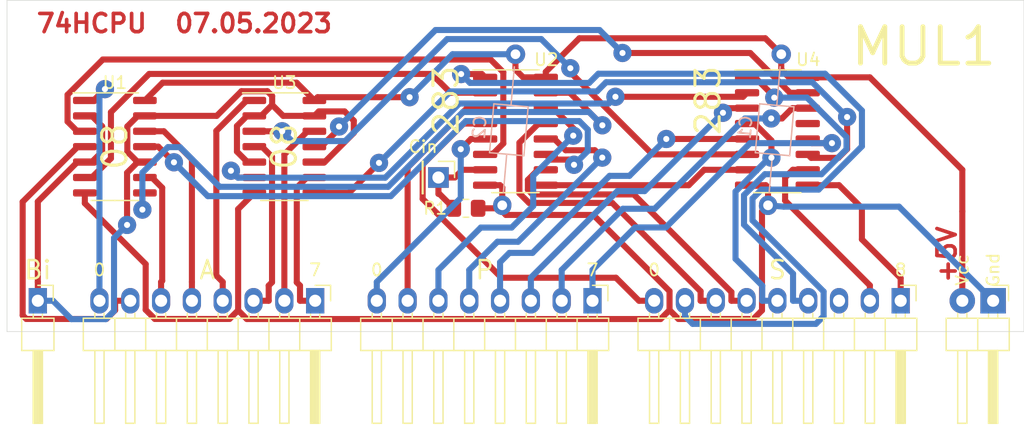
<source format=kicad_pcb>
(kicad_pcb (version 20171130) (host pcbnew "(5.1.8)-1")

  (general
    (thickness 1.6)
    (drawings 25)
    (tracks 378)
    (zones 0)
    (modules 13)
    (nets 39)
  )

  (page A4 portrait)
  (layers
    (0 F.Cu signal)
    (31 B.Cu signal)
    (32 B.Adhes user)
    (33 F.Adhes user)
    (34 B.Paste user)
    (35 F.Paste user)
    (36 B.SilkS user)
    (37 F.SilkS user)
    (38 B.Mask user)
    (39 F.Mask user)
    (40 Dwgs.User user)
    (41 Cmts.User user)
    (42 Eco1.User user)
    (43 Eco2.User user)
    (44 Edge.Cuts user)
    (45 Margin user)
    (46 B.CrtYd user)
    (47 F.CrtYd user)
    (48 B.Fab user)
    (49 F.Fab user)
  )

  (setup
    (last_trace_width 0.5)
    (trace_clearance 0.2)
    (zone_clearance 0.508)
    (zone_45_only no)
    (trace_min 0.2)
    (via_size 1.5)
    (via_drill 0.5)
    (via_min_size 0.4)
    (via_min_drill 0.3)
    (uvia_size 0.3)
    (uvia_drill 0.1)
    (uvias_allowed no)
    (uvia_min_size 0.2)
    (uvia_min_drill 0.1)
    (edge_width 0.05)
    (segment_width 0.2)
    (pcb_text_width 0.3)
    (pcb_text_size 1.5 1.5)
    (mod_edge_width 0.12)
    (mod_text_size 1 1)
    (mod_text_width 0.15)
    (pad_size 1.6 1.5)
    (pad_drill 0.8)
    (pad_to_mask_clearance 0)
    (aux_axis_origin 0 0)
    (visible_elements 7FFFFFFF)
    (pcbplotparams
      (layerselection 0x010f0_ffffffff)
      (usegerberextensions false)
      (usegerberattributes true)
      (usegerberadvancedattributes true)
      (creategerberjobfile false)
      (excludeedgelayer true)
      (linewidth 0.100000)
      (plotframeref false)
      (viasonmask false)
      (mode 1)
      (useauxorigin false)
      (hpglpennumber 1)
      (hpglpenspeed 20)
      (hpglpendiameter 15.000000)
      (psnegative false)
      (psa4output false)
      (plotreference true)
      (plotvalue true)
      (plotinvisibletext false)
      (padsonsilk false)
      (subtractmaskfromsilk false)
      (outputformat 1)
      (mirror false)
      (drillshape 0)
      (scaleselection 1)
      (outputdirectory "gerber/"))
  )

  (net 0 "")
  (net 1 GND)
  (net 2 VCC)
  (net 3 /P0)
  (net 4 /P1)
  (net 5 /P2)
  (net 6 /P3)
  (net 7 /P4)
  (net 8 /P5)
  (net 9 /P6)
  (net 10 /P7)
  (net 11 /S0)
  (net 12 /S1)
  (net 13 /S2)
  (net 14 /S3)
  (net 15 /S4)
  (net 16 /S5)
  (net 17 /S6)
  (net 18 /S7)
  (net 19 /S8)
  (net 20 /A0)
  (net 21 /A1)
  (net 22 /A2)
  (net 23 /A3)
  (net 24 /A4)
  (net 25 /A5)
  (net 26 /A6)
  (net 27 /A7)
  (net 28 /Bi)
  (net 29 "Net-(U1-Pad6)")
  (net 30 "Net-(U1-Pad11)")
  (net 31 "Net-(U1-Pad3)")
  (net 32 "Net-(U1-Pad8)")
  (net 33 "Net-(U2-Pad9)")
  (net 34 "Net-(U3-Pad6)")
  (net 35 "Net-(U3-Pad11)")
  (net 36 "Net-(U3-Pad3)")
  (net 37 "Net-(U3-Pad8)")
  (net 38 "Net-(J6-Pad1)")

  (net_class Default "This is the default net class."
    (clearance 0.2)
    (trace_width 0.5)
    (via_dia 1.5)
    (via_drill 0.5)
    (uvia_dia 0.3)
    (uvia_drill 0.1)
    (add_net /A0)
    (add_net /A1)
    (add_net /A2)
    (add_net /A3)
    (add_net /A4)
    (add_net /A5)
    (add_net /A6)
    (add_net /A7)
    (add_net /Bi)
    (add_net /P0)
    (add_net /P1)
    (add_net /P2)
    (add_net /P3)
    (add_net /P4)
    (add_net /P5)
    (add_net /P6)
    (add_net /P7)
    (add_net /S0)
    (add_net /S1)
    (add_net /S2)
    (add_net /S3)
    (add_net /S4)
    (add_net /S5)
    (add_net /S6)
    (add_net /S7)
    (add_net /S8)
    (add_net GND)
    (add_net "Net-(J6-Pad1)")
    (add_net "Net-(U1-Pad11)")
    (add_net "Net-(U1-Pad3)")
    (add_net "Net-(U1-Pad6)")
    (add_net "Net-(U1-Pad8)")
    (add_net "Net-(U2-Pad9)")
    (add_net "Net-(U3-Pad11)")
    (add_net "Net-(U3-Pad3)")
    (add_net "Net-(U3-Pad6)")
    (add_net "Net-(U3-Pad8)")
    (add_net VCC)
  )

  (module Capacitor_THT:C_Axial_L3.8mm_D2.6mm_P12.50mm_Horizontal (layer B.Cu) (tedit 644EF3D9) (tstamp 636EC041)
    (at 123.19 63.5 265)
    (descr "C, Axial series, Axial, Horizontal, pin pitch=12.5mm, , length*diameter=3.8*2.6mm^2, http://www.vishay.com/docs/45231/arseries.pdf")
    (tags "C Axial series Axial Horizontal pin pitch 12.5mm  length 3.8mm diameter 2.6mm")
    (path /6376A126)
    (fp_text reference C2 (at 6.25 2.42 265) (layer B.SilkS)
      (effects (font (size 1 1) (thickness 0.15)) (justify mirror))
    )
    (fp_text value 0.1uF (at 6.25 -2.42 265) (layer B.Fab)
      (effects (font (size 1 1) (thickness 0.15)) (justify mirror))
    )
    (fp_line (start 13.55 1.55) (end -1.05 1.55) (layer B.CrtYd) (width 0.05))
    (fp_line (start 13.55 -1.55) (end 13.55 1.55) (layer B.CrtYd) (width 0.05))
    (fp_line (start -1.05 -1.55) (end 13.55 -1.55) (layer B.CrtYd) (width 0.05))
    (fp_line (start -1.05 1.55) (end -1.05 -1.55) (layer B.CrtYd) (width 0.05))
    (fp_line (start 11.46 0) (end 8.27 0) (layer B.SilkS) (width 0.12))
    (fp_line (start 1.04 0) (end 4.23 0) (layer B.SilkS) (width 0.12))
    (fp_line (start 8.27 1.42) (end 4.23 1.42) (layer B.SilkS) (width 0.12))
    (fp_line (start 8.27 -1.42) (end 8.27 1.42) (layer B.SilkS) (width 0.12))
    (fp_line (start 4.23 -1.42) (end 8.27 -1.42) (layer B.SilkS) (width 0.12))
    (fp_line (start 4.23 1.42) (end 4.23 -1.42) (layer B.SilkS) (width 0.12))
    (fp_line (start 12.5 0) (end 8.15 0) (layer B.Fab) (width 0.1))
    (fp_line (start 0 0) (end 4.35 0) (layer B.Fab) (width 0.1))
    (fp_line (start 8.15 1.3) (end 4.35 1.3) (layer B.Fab) (width 0.1))
    (fp_line (start 8.15 -1.3) (end 8.15 1.3) (layer B.Fab) (width 0.1))
    (fp_line (start 4.35 -1.3) (end 8.15 -1.3) (layer B.Fab) (width 0.1))
    (fp_line (start 4.35 1.3) (end 4.35 -1.3) (layer B.Fab) (width 0.1))
    (fp_text user %R (at 6.25 0 265) (layer B.Fab)
      (effects (font (size 0.76 0.76) (thickness 0.114)) (justify mirror))
    )
    (pad 2 thru_hole oval (at 12.5 0 265) (size 1.6 1.5) (drill 0.8) (layers *.Cu *.Mask)
      (net 1 GND))
    (pad 1 thru_hole circle (at 0 0 265) (size 1.6 1.6) (drill 0.8) (layers *.Cu *.Mask)
      (net 2 VCC))
    (model ${KISYS3DMOD}/Capacitor_THT.3dshapes/C_Axial_L3.8mm_D2.6mm_P12.50mm_Horizontal.wrl
      (at (xyz 0 0 0))
      (scale (xyz 1 1 1))
      (rotate (xyz 0 0 0))
    )
  )

  (module Capacitor_THT:C_Axial_L3.8mm_D2.6mm_P12.50mm_Horizontal (layer B.Cu) (tedit 644EF3A8) (tstamp 636EC030)
    (at 145.098 63.5 265)
    (descr "C, Axial series, Axial, Horizontal, pin pitch=12.5mm, , length*diameter=3.8*2.6mm^2, http://www.vishay.com/docs/45231/arseries.pdf")
    (tags "C Axial series Axial Horizontal pin pitch 12.5mm  length 3.8mm diameter 2.6mm")
    (path /637750E0)
    (fp_text reference C1 (at 6.25 2.42 265) (layer B.SilkS)
      (effects (font (size 1 1) (thickness 0.15)) (justify mirror))
    )
    (fp_text value 0.1uF (at 6.25 -2.42 265) (layer B.Fab)
      (effects (font (size 1 1) (thickness 0.15)) (justify mirror))
    )
    (fp_line (start 13.55 1.55) (end -1.05 1.55) (layer B.CrtYd) (width 0.05))
    (fp_line (start 13.55 -1.55) (end 13.55 1.55) (layer B.CrtYd) (width 0.05))
    (fp_line (start -1.05 -1.55) (end 13.55 -1.55) (layer B.CrtYd) (width 0.05))
    (fp_line (start -1.05 1.55) (end -1.05 -1.55) (layer B.CrtYd) (width 0.05))
    (fp_line (start 11.46 0) (end 8.27 0) (layer B.SilkS) (width 0.12))
    (fp_line (start 1.04 0) (end 4.23 0) (layer B.SilkS) (width 0.12))
    (fp_line (start 8.27 1.42) (end 4.23 1.42) (layer B.SilkS) (width 0.12))
    (fp_line (start 8.27 -1.42) (end 8.27 1.42) (layer B.SilkS) (width 0.12))
    (fp_line (start 4.23 -1.42) (end 8.27 -1.42) (layer B.SilkS) (width 0.12))
    (fp_line (start 4.23 1.42) (end 4.23 -1.42) (layer B.SilkS) (width 0.12))
    (fp_line (start 12.5 0) (end 8.15 0) (layer B.Fab) (width 0.1))
    (fp_line (start 0 0) (end 4.35 0) (layer B.Fab) (width 0.1))
    (fp_line (start 8.15 1.3) (end 4.35 1.3) (layer B.Fab) (width 0.1))
    (fp_line (start 8.15 -1.3) (end 8.15 1.3) (layer B.Fab) (width 0.1))
    (fp_line (start 4.35 -1.3) (end 8.15 -1.3) (layer B.Fab) (width 0.1))
    (fp_line (start 4.35 1.3) (end 4.35 -1.3) (layer B.Fab) (width 0.1))
    (fp_text user %R (at 6.25 0 265) (layer B.Fab)
      (effects (font (size 0.76 0.76) (thickness 0.114)) (justify mirror))
    )
    (pad 2 thru_hole oval (at 12.5 0 265) (size 1.6 1.5) (drill 0.8) (layers *.Cu *.Mask)
      (net 1 GND))
    (pad 1 thru_hole circle (at 0 0 265) (size 1.6 1.6) (drill 0.8) (layers *.Cu *.Mask)
      (net 2 VCC))
    (model ${KISYS3DMOD}/Capacitor_THT.3dshapes/C_Axial_L3.8mm_D2.6mm_P12.50mm_Horizontal.wrl
      (at (xyz 0 0 0))
      (scale (xyz 1 1 1))
      (rotate (xyz 0 0 0))
    )
  )

  (module Package_SO:SOP-16_3.9x9.9mm_P1.27mm (layer F.Cu) (tedit 5F476169) (tstamp 636EC2D6)
    (at 144.78 69.85)
    (descr "SOP, 16 Pin (https://www.diodes.com/assets/Datasheets/PAM8403.pdf), generated with kicad-footprint-generator ipc_gullwing_generator.py")
    (tags "SOP SO")
    (path /636ECC42)
    (attr smd)
    (fp_text reference U4 (at 2.54 -5.9) (layer F.SilkS)
      (effects (font (size 1 1) (thickness 0.15)))
    )
    (fp_text value 74LS283 (at 0 5.9) (layer F.Fab)
      (effects (font (size 1 1) (thickness 0.15)))
    )
    (fp_line (start 0 5.06) (end 1.95 5.06) (layer F.SilkS) (width 0.12))
    (fp_line (start 0 5.06) (end -1.95 5.06) (layer F.SilkS) (width 0.12))
    (fp_line (start 0 -5.06) (end 1.95 -5.06) (layer F.SilkS) (width 0.12))
    (fp_line (start 0 -5.06) (end -3.5 -5.06) (layer F.SilkS) (width 0.12))
    (fp_line (start -0.975 -4.95) (end 1.95 -4.95) (layer F.Fab) (width 0.1))
    (fp_line (start 1.95 -4.95) (end 1.95 4.95) (layer F.Fab) (width 0.1))
    (fp_line (start 1.95 4.95) (end -1.95 4.95) (layer F.Fab) (width 0.1))
    (fp_line (start -1.95 4.95) (end -1.95 -3.975) (layer F.Fab) (width 0.1))
    (fp_line (start -1.95 -3.975) (end -0.975 -4.95) (layer F.Fab) (width 0.1))
    (fp_line (start -3.75 -5.2) (end -3.75 5.2) (layer F.CrtYd) (width 0.05))
    (fp_line (start -3.75 5.2) (end 3.75 5.2) (layer F.CrtYd) (width 0.05))
    (fp_line (start 3.75 5.2) (end 3.75 -5.2) (layer F.CrtYd) (width 0.05))
    (fp_line (start 3.75 -5.2) (end -3.75 -5.2) (layer F.CrtYd) (width 0.05))
    (fp_text user %R (at 0 0) (layer F.Fab)
      (effects (font (size 0.98 0.98) (thickness 0.15)))
    )
    (pad 16 smd roundrect (at 2.5 -4.445) (size 2 0.6) (layers F.Cu F.Paste F.Mask) (roundrect_rratio 0.25)
      (net 2 VCC))
    (pad 15 smd roundrect (at 2.5 -3.175) (size 2 0.6) (layers F.Cu F.Paste F.Mask) (roundrect_rratio 0.25)
      (net 35 "Net-(U3-Pad11)"))
    (pad 14 smd roundrect (at 2.5 -1.905) (size 2 0.6) (layers F.Cu F.Paste F.Mask) (roundrect_rratio 0.25)
      (net 9 /P6))
    (pad 13 smd roundrect (at 2.5 -0.635) (size 2 0.6) (layers F.Cu F.Paste F.Mask) (roundrect_rratio 0.25)
      (net 17 /S6))
    (pad 12 smd roundrect (at 2.5 0.635) (size 2 0.6) (layers F.Cu F.Paste F.Mask) (roundrect_rratio 0.25)
      (net 10 /P7))
    (pad 11 smd roundrect (at 2.5 1.905) (size 2 0.6) (layers F.Cu F.Paste F.Mask) (roundrect_rratio 0.25)
      (net 37 "Net-(U3-Pad8)"))
    (pad 10 smd roundrect (at 2.5 3.175) (size 2 0.6) (layers F.Cu F.Paste F.Mask) (roundrect_rratio 0.25)
      (net 18 /S7))
    (pad 9 smd roundrect (at 2.5 4.445) (size 2 0.6) (layers F.Cu F.Paste F.Mask) (roundrect_rratio 0.25)
      (net 19 /S8))
    (pad 8 smd roundrect (at -2.5 4.445) (size 2 0.6) (layers F.Cu F.Paste F.Mask) (roundrect_rratio 0.25)
      (net 1 GND))
    (pad 7 smd roundrect (at -2.5 3.175) (size 2 0.6) (layers F.Cu F.Paste F.Mask) (roundrect_rratio 0.25)
      (net 33 "Net-(U2-Pad9)"))
    (pad 6 smd roundrect (at -2.5 1.905) (size 2 0.6) (layers F.Cu F.Paste F.Mask) (roundrect_rratio 0.25)
      (net 36 "Net-(U3-Pad3)"))
    (pad 5 smd roundrect (at -2.5 0.635) (size 2 0.6) (layers F.Cu F.Paste F.Mask) (roundrect_rratio 0.25)
      (net 7 /P4))
    (pad 4 smd roundrect (at -2.5 -0.635) (size 2 0.6) (layers F.Cu F.Paste F.Mask) (roundrect_rratio 0.25)
      (net 15 /S4))
    (pad 3 smd roundrect (at -2.5 -1.905) (size 2 0.6) (layers F.Cu F.Paste F.Mask) (roundrect_rratio 0.25)
      (net 8 /P5))
    (pad 2 smd roundrect (at -2.5 -3.175) (size 2 0.6) (layers F.Cu F.Paste F.Mask) (roundrect_rratio 0.25)
      (net 34 "Net-(U3-Pad6)"))
    (pad 1 smd roundrect (at -2.5 -4.445) (size 2 0.6) (layers F.Cu F.Paste F.Mask) (roundrect_rratio 0.25)
      (net 16 /S5))
    (model ${KISYS3DMOD}/Package_SO.3dshapes/SOP-16_3.9x9.9mm_P1.27mm.wrl
      (at (xyz 0 0 0))
      (scale (xyz 1 1 1))
      (rotate (xyz 0 0 0))
    )
  )

  (module Package_SO:SOP-16_3.9x9.9mm_P1.27mm (layer F.Cu) (tedit 5F476169) (tstamp 636EC280)
    (at 123.19 69.85)
    (descr "SOP, 16 Pin (https://www.diodes.com/assets/Datasheets/PAM8403.pdf), generated with kicad-footprint-generator ipc_gullwing_generator.py")
    (tags "SOP SO")
    (path /636EAFC6)
    (attr smd)
    (fp_text reference U2 (at 2.54 -5.9) (layer F.SilkS)
      (effects (font (size 1 1) (thickness 0.15)))
    )
    (fp_text value 74LS283 (at 0 5.9) (layer F.Fab)
      (effects (font (size 1 1) (thickness 0.15)))
    )
    (fp_line (start 0 5.06) (end 1.95 5.06) (layer F.SilkS) (width 0.12))
    (fp_line (start 0 5.06) (end -1.95 5.06) (layer F.SilkS) (width 0.12))
    (fp_line (start 0 -5.06) (end 1.95 -5.06) (layer F.SilkS) (width 0.12))
    (fp_line (start 0 -5.06) (end -3.5 -5.06) (layer F.SilkS) (width 0.12))
    (fp_line (start -0.975 -4.95) (end 1.95 -4.95) (layer F.Fab) (width 0.1))
    (fp_line (start 1.95 -4.95) (end 1.95 4.95) (layer F.Fab) (width 0.1))
    (fp_line (start 1.95 4.95) (end -1.95 4.95) (layer F.Fab) (width 0.1))
    (fp_line (start -1.95 4.95) (end -1.95 -3.975) (layer F.Fab) (width 0.1))
    (fp_line (start -1.95 -3.975) (end -0.975 -4.95) (layer F.Fab) (width 0.1))
    (fp_line (start -3.75 -5.2) (end -3.75 5.2) (layer F.CrtYd) (width 0.05))
    (fp_line (start -3.75 5.2) (end 3.75 5.2) (layer F.CrtYd) (width 0.05))
    (fp_line (start 3.75 5.2) (end 3.75 -5.2) (layer F.CrtYd) (width 0.05))
    (fp_line (start 3.75 -5.2) (end -3.75 -5.2) (layer F.CrtYd) (width 0.05))
    (fp_text user %R (at 0 0) (layer F.Fab)
      (effects (font (size 0.98 0.98) (thickness 0.15)))
    )
    (pad 16 smd roundrect (at 2.5 -4.445) (size 2 0.6) (layers F.Cu F.Paste F.Mask) (roundrect_rratio 0.25)
      (net 2 VCC))
    (pad 15 smd roundrect (at 2.5 -3.175) (size 2 0.6) (layers F.Cu F.Paste F.Mask) (roundrect_rratio 0.25)
      (net 32 "Net-(U1-Pad8)"))
    (pad 14 smd roundrect (at 2.5 -1.905) (size 2 0.6) (layers F.Cu F.Paste F.Mask) (roundrect_rratio 0.25)
      (net 5 /P2))
    (pad 13 smd roundrect (at 2.5 -0.635) (size 2 0.6) (layers F.Cu F.Paste F.Mask) (roundrect_rratio 0.25)
      (net 13 /S2))
    (pad 12 smd roundrect (at 2.5 0.635) (size 2 0.6) (layers F.Cu F.Paste F.Mask) (roundrect_rratio 0.25)
      (net 6 /P3))
    (pad 11 smd roundrect (at 2.5 1.905) (size 2 0.6) (layers F.Cu F.Paste F.Mask) (roundrect_rratio 0.25)
      (net 30 "Net-(U1-Pad11)"))
    (pad 10 smd roundrect (at 2.5 3.175) (size 2 0.6) (layers F.Cu F.Paste F.Mask) (roundrect_rratio 0.25)
      (net 14 /S3))
    (pad 9 smd roundrect (at 2.5 4.445) (size 2 0.6) (layers F.Cu F.Paste F.Mask) (roundrect_rratio 0.25)
      (net 33 "Net-(U2-Pad9)"))
    (pad 8 smd roundrect (at -2.5 4.445) (size 2 0.6) (layers F.Cu F.Paste F.Mask) (roundrect_rratio 0.25)
      (net 1 GND))
    (pad 7 smd roundrect (at -2.5 3.175) (size 2 0.6) (layers F.Cu F.Paste F.Mask) (roundrect_rratio 0.25)
      (net 38 "Net-(J6-Pad1)"))
    (pad 6 smd roundrect (at -2.5 1.905) (size 2 0.6) (layers F.Cu F.Paste F.Mask) (roundrect_rratio 0.25)
      (net 31 "Net-(U1-Pad3)"))
    (pad 5 smd roundrect (at -2.5 0.635) (size 2 0.6) (layers F.Cu F.Paste F.Mask) (roundrect_rratio 0.25)
      (net 3 /P0))
    (pad 4 smd roundrect (at -2.5 -0.635) (size 2 0.6) (layers F.Cu F.Paste F.Mask) (roundrect_rratio 0.25)
      (net 11 /S0))
    (pad 3 smd roundrect (at -2.5 -1.905) (size 2 0.6) (layers F.Cu F.Paste F.Mask) (roundrect_rratio 0.25)
      (net 4 /P1))
    (pad 2 smd roundrect (at -2.5 -3.175) (size 2 0.6) (layers F.Cu F.Paste F.Mask) (roundrect_rratio 0.25)
      (net 29 "Net-(U1-Pad6)"))
    (pad 1 smd roundrect (at -2.5 -4.445) (size 2 0.6) (layers F.Cu F.Paste F.Mask) (roundrect_rratio 0.25)
      (net 12 /S1))
    (model ${KISYS3DMOD}/Package_SO.3dshapes/SOP-16_3.9x9.9mm_P1.27mm.wrl
      (at (xyz 0 0 0))
      (scale (xyz 1 1 1))
      (rotate (xyz 0 0 0))
    )
  )

  (module Package_SO:SOIC-14_3.9x8.7mm_P1.27mm (layer F.Cu) (tedit 5D9F72B1) (tstamp 636EC2AA)
    (at 104.14 71.12)
    (descr "SOIC, 14 Pin (JEDEC MS-012AB, https://www.analog.com/media/en/package-pcb-resources/package/pkg_pdf/soic_narrow-r/r_14.pdf), generated with kicad-footprint-generator ipc_gullwing_generator.py")
    (tags "SOIC SO")
    (path /63704B54)
    (attr smd)
    (fp_text reference U3 (at 0 -5.28) (layer F.SilkS)
      (effects (font (size 1 1) (thickness 0.15)))
    )
    (fp_text value 74LS08 (at 0 5.28) (layer F.Fab)
      (effects (font (size 1 1) (thickness 0.15)))
    )
    (fp_line (start 3.7 -4.58) (end -3.7 -4.58) (layer F.CrtYd) (width 0.05))
    (fp_line (start 3.7 4.58) (end 3.7 -4.58) (layer F.CrtYd) (width 0.05))
    (fp_line (start -3.7 4.58) (end 3.7 4.58) (layer F.CrtYd) (width 0.05))
    (fp_line (start -3.7 -4.58) (end -3.7 4.58) (layer F.CrtYd) (width 0.05))
    (fp_line (start -1.95 -3.35) (end -0.975 -4.325) (layer F.Fab) (width 0.1))
    (fp_line (start -1.95 4.325) (end -1.95 -3.35) (layer F.Fab) (width 0.1))
    (fp_line (start 1.95 4.325) (end -1.95 4.325) (layer F.Fab) (width 0.1))
    (fp_line (start 1.95 -4.325) (end 1.95 4.325) (layer F.Fab) (width 0.1))
    (fp_line (start -0.975 -4.325) (end 1.95 -4.325) (layer F.Fab) (width 0.1))
    (fp_line (start 0 -4.435) (end -3.45 -4.435) (layer F.SilkS) (width 0.12))
    (fp_line (start 0 -4.435) (end 1.95 -4.435) (layer F.SilkS) (width 0.12))
    (fp_line (start 0 4.435) (end -1.95 4.435) (layer F.SilkS) (width 0.12))
    (fp_line (start 0 4.435) (end 1.95 4.435) (layer F.SilkS) (width 0.12))
    (fp_text user %R (at 0 0) (layer F.Fab)
      (effects (font (size 0.98 0.98) (thickness 0.15)))
    )
    (pad 14 smd roundrect (at 2.475 -3.81) (size 1.95 0.6) (layers F.Cu F.Paste F.Mask) (roundrect_rratio 0.25)
      (net 2 VCC))
    (pad 13 smd roundrect (at 2.475 -2.54) (size 1.95 0.6) (layers F.Cu F.Paste F.Mask) (roundrect_rratio 0.25)
      (net 28 /Bi))
    (pad 12 smd roundrect (at 2.475 -1.27) (size 1.95 0.6) (layers F.Cu F.Paste F.Mask) (roundrect_rratio 0.25)
      (net 26 /A6))
    (pad 11 smd roundrect (at 2.475 0) (size 1.95 0.6) (layers F.Cu F.Paste F.Mask) (roundrect_rratio 0.25)
      (net 35 "Net-(U3-Pad11)"))
    (pad 10 smd roundrect (at 2.475 1.27) (size 1.95 0.6) (layers F.Cu F.Paste F.Mask) (roundrect_rratio 0.25)
      (net 28 /Bi))
    (pad 9 smd roundrect (at 2.475 2.54) (size 1.95 0.6) (layers F.Cu F.Paste F.Mask) (roundrect_rratio 0.25)
      (net 27 /A7))
    (pad 8 smd roundrect (at 2.475 3.81) (size 1.95 0.6) (layers F.Cu F.Paste F.Mask) (roundrect_rratio 0.25)
      (net 37 "Net-(U3-Pad8)"))
    (pad 7 smd roundrect (at -2.475 3.81) (size 1.95 0.6) (layers F.Cu F.Paste F.Mask) (roundrect_rratio 0.25)
      (net 1 GND))
    (pad 6 smd roundrect (at -2.475 2.54) (size 1.95 0.6) (layers F.Cu F.Paste F.Mask) (roundrect_rratio 0.25)
      (net 34 "Net-(U3-Pad6)"))
    (pad 5 smd roundrect (at -2.475 1.27) (size 1.95 0.6) (layers F.Cu F.Paste F.Mask) (roundrect_rratio 0.25)
      (net 28 /Bi))
    (pad 4 smd roundrect (at -2.475 0) (size 1.95 0.6) (layers F.Cu F.Paste F.Mask) (roundrect_rratio 0.25)
      (net 25 /A5))
    (pad 3 smd roundrect (at -2.475 -1.27) (size 1.95 0.6) (layers F.Cu F.Paste F.Mask) (roundrect_rratio 0.25)
      (net 36 "Net-(U3-Pad3)"))
    (pad 2 smd roundrect (at -2.475 -2.54) (size 1.95 0.6) (layers F.Cu F.Paste F.Mask) (roundrect_rratio 0.25)
      (net 28 /Bi))
    (pad 1 smd roundrect (at -2.475 -3.81) (size 1.95 0.6) (layers F.Cu F.Paste F.Mask) (roundrect_rratio 0.25)
      (net 24 /A4))
    (model ${KISYS3DMOD}/Package_SO.3dshapes/SOIC-14_3.9x8.7mm_P1.27mm.wrl
      (at (xyz 0 0 0))
      (scale (xyz 1 1 1))
      (rotate (xyz 0 0 0))
    )
  )

  (module Package_SO:SOIC-14_3.9x8.7mm_P1.27mm (layer F.Cu) (tedit 5D9F72B1) (tstamp 636EC254)
    (at 90.17 71.12)
    (descr "SOIC, 14 Pin (JEDEC MS-012AB, https://www.analog.com/media/en/package-pcb-resources/package/pkg_pdf/soic_narrow-r/r_14.pdf), generated with kicad-footprint-generator ipc_gullwing_generator.py")
    (tags "SOIC SO")
    (path /636FA2A0)
    (attr smd)
    (fp_text reference U1 (at 0 -5.28) (layer F.SilkS)
      (effects (font (size 1 1) (thickness 0.15)))
    )
    (fp_text value 74LS08 (at 0 5.28) (layer F.Fab)
      (effects (font (size 1 1) (thickness 0.15)))
    )
    (fp_line (start 3.7 -4.58) (end -3.7 -4.58) (layer F.CrtYd) (width 0.05))
    (fp_line (start 3.7 4.58) (end 3.7 -4.58) (layer F.CrtYd) (width 0.05))
    (fp_line (start -3.7 4.58) (end 3.7 4.58) (layer F.CrtYd) (width 0.05))
    (fp_line (start -3.7 -4.58) (end -3.7 4.58) (layer F.CrtYd) (width 0.05))
    (fp_line (start -1.95 -3.35) (end -0.975 -4.325) (layer F.Fab) (width 0.1))
    (fp_line (start -1.95 4.325) (end -1.95 -3.35) (layer F.Fab) (width 0.1))
    (fp_line (start 1.95 4.325) (end -1.95 4.325) (layer F.Fab) (width 0.1))
    (fp_line (start 1.95 -4.325) (end 1.95 4.325) (layer F.Fab) (width 0.1))
    (fp_line (start -0.975 -4.325) (end 1.95 -4.325) (layer F.Fab) (width 0.1))
    (fp_line (start 0 -4.435) (end -3.45 -4.435) (layer F.SilkS) (width 0.12))
    (fp_line (start 0 -4.435) (end 1.95 -4.435) (layer F.SilkS) (width 0.12))
    (fp_line (start 0 4.435) (end -1.95 4.435) (layer F.SilkS) (width 0.12))
    (fp_line (start 0 4.435) (end 1.95 4.435) (layer F.SilkS) (width 0.12))
    (fp_text user %R (at 0 0) (layer F.Fab)
      (effects (font (size 0.98 0.98) (thickness 0.15)))
    )
    (pad 14 smd roundrect (at 2.475 -3.81) (size 1.95 0.6) (layers F.Cu F.Paste F.Mask) (roundrect_rratio 0.25)
      (net 2 VCC))
    (pad 13 smd roundrect (at 2.475 -2.54) (size 1.95 0.6) (layers F.Cu F.Paste F.Mask) (roundrect_rratio 0.25)
      (net 28 /Bi))
    (pad 12 smd roundrect (at 2.475 -1.27) (size 1.95 0.6) (layers F.Cu F.Paste F.Mask) (roundrect_rratio 0.25)
      (net 23 /A3))
    (pad 11 smd roundrect (at 2.475 0) (size 1.95 0.6) (layers F.Cu F.Paste F.Mask) (roundrect_rratio 0.25)
      (net 30 "Net-(U1-Pad11)"))
    (pad 10 smd roundrect (at 2.475 1.27) (size 1.95 0.6) (layers F.Cu F.Paste F.Mask) (roundrect_rratio 0.25)
      (net 28 /Bi))
    (pad 9 smd roundrect (at 2.475 2.54) (size 1.95 0.6) (layers F.Cu F.Paste F.Mask) (roundrect_rratio 0.25)
      (net 22 /A2))
    (pad 8 smd roundrect (at 2.475 3.81) (size 1.95 0.6) (layers F.Cu F.Paste F.Mask) (roundrect_rratio 0.25)
      (net 32 "Net-(U1-Pad8)"))
    (pad 7 smd roundrect (at -2.475 3.81) (size 1.95 0.6) (layers F.Cu F.Paste F.Mask) (roundrect_rratio 0.25)
      (net 1 GND))
    (pad 6 smd roundrect (at -2.475 2.54) (size 1.95 0.6) (layers F.Cu F.Paste F.Mask) (roundrect_rratio 0.25)
      (net 29 "Net-(U1-Pad6)"))
    (pad 5 smd roundrect (at -2.475 1.27) (size 1.95 0.6) (layers F.Cu F.Paste F.Mask) (roundrect_rratio 0.25)
      (net 28 /Bi))
    (pad 4 smd roundrect (at -2.475 0) (size 1.95 0.6) (layers F.Cu F.Paste F.Mask) (roundrect_rratio 0.25)
      (net 21 /A1))
    (pad 3 smd roundrect (at -2.475 -1.27) (size 1.95 0.6) (layers F.Cu F.Paste F.Mask) (roundrect_rratio 0.25)
      (net 31 "Net-(U1-Pad3)"))
    (pad 2 smd roundrect (at -2.475 -2.54) (size 1.95 0.6) (layers F.Cu F.Paste F.Mask) (roundrect_rratio 0.25)
      (net 28 /Bi))
    (pad 1 smd roundrect (at -2.475 -3.81) (size 1.95 0.6) (layers F.Cu F.Paste F.Mask) (roundrect_rratio 0.25)
      (net 20 /A0))
    (model ${KISYS3DMOD}/Package_SO.3dshapes/SOIC-14_3.9x8.7mm_P1.27mm.wrl
      (at (xyz 0 0 0))
      (scale (xyz 1 1 1))
      (rotate (xyz 0 0 0))
    )
  )

  (module Connector_PinHeader_2.54mm:PinHeader_1x01_P2.54mm_Vertical (layer F.Cu) (tedit 59FED5CC) (tstamp 63ED1BFC)
    (at 116.84 73.66 270)
    (descr "Through hole straight pin header, 1x01, 2.54mm pitch, single row")
    (tags "Through hole pin header THT 1x01 2.54mm single row")
    (path /63ED31D3)
    (fp_text reference J6 (at 2.54 -0.3175 90) (layer F.SilkS) hide
      (effects (font (size 1 1) (thickness 0.15)))
    )
    (fp_text value Conn_01x01_Male (at 0 2.33 90) (layer F.Fab)
      (effects (font (size 1 1) (thickness 0.15)))
    )
    (fp_line (start 1.8 -1.8) (end -1.8 -1.8) (layer F.CrtYd) (width 0.05))
    (fp_line (start 1.8 1.8) (end 1.8 -1.8) (layer F.CrtYd) (width 0.05))
    (fp_line (start -1.8 1.8) (end 1.8 1.8) (layer F.CrtYd) (width 0.05))
    (fp_line (start -1.8 -1.8) (end -1.8 1.8) (layer F.CrtYd) (width 0.05))
    (fp_line (start -1.33 -1.33) (end 0 -1.33) (layer F.SilkS) (width 0.12))
    (fp_line (start -1.33 0) (end -1.33 -1.33) (layer F.SilkS) (width 0.12))
    (fp_line (start -1.33 1.27) (end 1.33 1.27) (layer F.SilkS) (width 0.12))
    (fp_line (start 1.33 1.27) (end 1.33 1.33) (layer F.SilkS) (width 0.12))
    (fp_line (start -1.33 1.27) (end -1.33 1.33) (layer F.SilkS) (width 0.12))
    (fp_line (start -1.33 1.33) (end 1.33 1.33) (layer F.SilkS) (width 0.12))
    (fp_line (start -1.27 -0.635) (end -0.635 -1.27) (layer F.Fab) (width 0.1))
    (fp_line (start -1.27 1.27) (end -1.27 -0.635) (layer F.Fab) (width 0.1))
    (fp_line (start 1.27 1.27) (end -1.27 1.27) (layer F.Fab) (width 0.1))
    (fp_line (start 1.27 -1.27) (end 1.27 1.27) (layer F.Fab) (width 0.1))
    (fp_line (start -0.635 -1.27) (end 1.27 -1.27) (layer F.Fab) (width 0.1))
    (fp_text user %R (at 0 0) (layer F.Fab)
      (effects (font (size 1 1) (thickness 0.15)))
    )
    (pad 1 thru_hole rect (at 0 0 270) (size 1.7 1.7) (drill 1) (layers *.Cu *.Mask)
      (net 38 "Net-(J6-Pad1)"))
    (model ${KISYS3DMOD}/Connector_PinHeader_2.54mm.3dshapes/PinHeader_1x01_P2.54mm_Vertical.wrl
      (at (xyz 0 0 0))
      (scale (xyz 1 1 1))
      (rotate (xyz 0 0 0))
    )
  )

  (module Resistor_SMD:R_0805_2012Metric_Pad1.20x1.40mm_HandSolder (layer F.Cu) (tedit 5F68FEEE) (tstamp 63ED1C0D)
    (at 119.11 76.2 180)
    (descr "Resistor SMD 0805 (2012 Metric), square (rectangular) end terminal, IPC_7351 nominal with elongated pad for handsoldering. (Body size source: IPC-SM-782 page 72, https://www.pcb-3d.com/wordpress/wp-content/uploads/ipc-sm-782a_amendment_1_and_2.pdf), generated with kicad-footprint-generator")
    (tags "resistor handsolder")
    (path /63ED60D5)
    (attr smd)
    (fp_text reference R1 (at 2.54 0) (layer F.SilkS)
      (effects (font (size 1 1) (thickness 0.15)))
    )
    (fp_text value 10k (at 0 1.65) (layer F.Fab)
      (effects (font (size 1 1) (thickness 0.15)))
    )
    (fp_line (start -1 0.625) (end -1 -0.625) (layer F.Fab) (width 0.1))
    (fp_line (start -1 -0.625) (end 1 -0.625) (layer F.Fab) (width 0.1))
    (fp_line (start 1 -0.625) (end 1 0.625) (layer F.Fab) (width 0.1))
    (fp_line (start 1 0.625) (end -1 0.625) (layer F.Fab) (width 0.1))
    (fp_line (start -0.227064 -0.735) (end 0.227064 -0.735) (layer F.SilkS) (width 0.12))
    (fp_line (start -0.227064 0.735) (end 0.227064 0.735) (layer F.SilkS) (width 0.12))
    (fp_line (start -1.85 0.95) (end -1.85 -0.95) (layer F.CrtYd) (width 0.05))
    (fp_line (start -1.85 -0.95) (end 1.85 -0.95) (layer F.CrtYd) (width 0.05))
    (fp_line (start 1.85 -0.95) (end 1.85 0.95) (layer F.CrtYd) (width 0.05))
    (fp_line (start 1.85 0.95) (end -1.85 0.95) (layer F.CrtYd) (width 0.05))
    (fp_text user %R (at 0 0) (layer F.Fab)
      (effects (font (size 0.5 0.5) (thickness 0.08)))
    )
    (pad 2 smd roundrect (at 1 0 180) (size 1.2 1.4) (layers F.Cu F.Paste F.Mask) (roundrect_rratio 0.208333)
      (net 38 "Net-(J6-Pad1)"))
    (pad 1 smd roundrect (at -1 0 180) (size 1.2 1.4) (layers F.Cu F.Paste F.Mask) (roundrect_rratio 0.208333)
      (net 1 GND))
    (model ${KISYS3DMOD}/Resistor_SMD.3dshapes/R_0805_2012Metric.wrl
      (at (xyz 0 0 0))
      (scale (xyz 1 1 1))
      (rotate (xyz 0 0 0))
    )
  )

  (module Connector_PinHeader_2.54mm:PinHeader_1x02_P2.54mm_Horizontal (layer F.Cu) (tedit 59FED5CB) (tstamp 636EC22A)
    (at 162.56 83.82 270)
    (descr "Through hole angled pin header, 1x02, 2.54mm pitch, 6mm pin length, single row")
    (tags "Through hole angled pin header THT 1x02 2.54mm single row")
    (path /63790E0D)
    (fp_text reference J5 (at 0 -2.27 90) (layer F.SilkS) hide
      (effects (font (size 1 1) (thickness 0.15)))
    )
    (fp_text value Conn_01x02_Male (at 4.385 4.81 90) (layer F.Fab)
      (effects (font (size 1 1) (thickness 0.15)))
    )
    (fp_line (start 2.135 -1.27) (end 4.04 -1.27) (layer F.Fab) (width 0.1))
    (fp_line (start 4.04 -1.27) (end 4.04 3.81) (layer F.Fab) (width 0.1))
    (fp_line (start 4.04 3.81) (end 1.5 3.81) (layer F.Fab) (width 0.1))
    (fp_line (start 1.5 3.81) (end 1.5 -0.635) (layer F.Fab) (width 0.1))
    (fp_line (start 1.5 -0.635) (end 2.135 -1.27) (layer F.Fab) (width 0.1))
    (fp_line (start -0.32 -0.32) (end 1.5 -0.32) (layer F.Fab) (width 0.1))
    (fp_line (start -0.32 -0.32) (end -0.32 0.32) (layer F.Fab) (width 0.1))
    (fp_line (start -0.32 0.32) (end 1.5 0.32) (layer F.Fab) (width 0.1))
    (fp_line (start 4.04 -0.32) (end 10.04 -0.32) (layer F.Fab) (width 0.1))
    (fp_line (start 10.04 -0.32) (end 10.04 0.32) (layer F.Fab) (width 0.1))
    (fp_line (start 4.04 0.32) (end 10.04 0.32) (layer F.Fab) (width 0.1))
    (fp_line (start -0.32 2.22) (end 1.5 2.22) (layer F.Fab) (width 0.1))
    (fp_line (start -0.32 2.22) (end -0.32 2.86) (layer F.Fab) (width 0.1))
    (fp_line (start -0.32 2.86) (end 1.5 2.86) (layer F.Fab) (width 0.1))
    (fp_line (start 4.04 2.22) (end 10.04 2.22) (layer F.Fab) (width 0.1))
    (fp_line (start 10.04 2.22) (end 10.04 2.86) (layer F.Fab) (width 0.1))
    (fp_line (start 4.04 2.86) (end 10.04 2.86) (layer F.Fab) (width 0.1))
    (fp_line (start 1.44 -1.33) (end 1.44 3.87) (layer F.SilkS) (width 0.12))
    (fp_line (start 1.44 3.87) (end 4.1 3.87) (layer F.SilkS) (width 0.12))
    (fp_line (start 4.1 3.87) (end 4.1 -1.33) (layer F.SilkS) (width 0.12))
    (fp_line (start 4.1 -1.33) (end 1.44 -1.33) (layer F.SilkS) (width 0.12))
    (fp_line (start 4.1 -0.38) (end 10.1 -0.38) (layer F.SilkS) (width 0.12))
    (fp_line (start 10.1 -0.38) (end 10.1 0.38) (layer F.SilkS) (width 0.12))
    (fp_line (start 10.1 0.38) (end 4.1 0.38) (layer F.SilkS) (width 0.12))
    (fp_line (start 4.1 -0.32) (end 10.1 -0.32) (layer F.SilkS) (width 0.12))
    (fp_line (start 4.1 -0.2) (end 10.1 -0.2) (layer F.SilkS) (width 0.12))
    (fp_line (start 4.1 -0.08) (end 10.1 -0.08) (layer F.SilkS) (width 0.12))
    (fp_line (start 4.1 0.04) (end 10.1 0.04) (layer F.SilkS) (width 0.12))
    (fp_line (start 4.1 0.16) (end 10.1 0.16) (layer F.SilkS) (width 0.12))
    (fp_line (start 4.1 0.28) (end 10.1 0.28) (layer F.SilkS) (width 0.12))
    (fp_line (start 1.11 -0.38) (end 1.44 -0.38) (layer F.SilkS) (width 0.12))
    (fp_line (start 1.11 0.38) (end 1.44 0.38) (layer F.SilkS) (width 0.12))
    (fp_line (start 1.44 1.27) (end 4.1 1.27) (layer F.SilkS) (width 0.12))
    (fp_line (start 4.1 2.16) (end 10.1 2.16) (layer F.SilkS) (width 0.12))
    (fp_line (start 10.1 2.16) (end 10.1 2.92) (layer F.SilkS) (width 0.12))
    (fp_line (start 10.1 2.92) (end 4.1 2.92) (layer F.SilkS) (width 0.12))
    (fp_line (start 1.042929 2.16) (end 1.44 2.16) (layer F.SilkS) (width 0.12))
    (fp_line (start 1.042929 2.92) (end 1.44 2.92) (layer F.SilkS) (width 0.12))
    (fp_line (start -1.27 0) (end -1.27 -1.27) (layer F.SilkS) (width 0.12))
    (fp_line (start -1.27 -1.27) (end 0 -1.27) (layer F.SilkS) (width 0.12))
    (fp_line (start -1.8 -1.8) (end -1.8 4.35) (layer F.CrtYd) (width 0.05))
    (fp_line (start -1.8 4.35) (end 10.55 4.35) (layer F.CrtYd) (width 0.05))
    (fp_line (start 10.55 4.35) (end 10.55 -1.8) (layer F.CrtYd) (width 0.05))
    (fp_line (start 10.55 -1.8) (end -1.8 -1.8) (layer F.CrtYd) (width 0.05))
    (fp_text user %R (at 2.77 1.27) (layer F.Fab)
      (effects (font (size 1 1) (thickness 0.15)))
    )
    (pad 2 thru_hole oval (at 0 2.54 270) (size 2.1 2.1) (drill 1) (layers *.Cu *.Mask)
      (net 2 VCC))
    (pad 1 thru_hole rect (at 0 0 270) (size 2.1 2.1) (drill 1) (layers *.Cu *.Mask)
      (net 1 GND))
    (model ${KISYS3DMOD}/Connector_PinHeader_2.54mm.3dshapes/PinHeader_1x02_P2.54mm_Horizontal.wrl
      (at (xyz 0 0 0))
      (scale (xyz 1 1 1))
      (rotate (xyz 0 0 0))
    )
  )

  (module Connector_PinHeader_2.54mm:PinHeader_1x01_P2.54mm_Horizontal (layer F.Cu) (tedit 636FF4E0) (tstamp 636EC1F7)
    (at 83.82 83.82 270)
    (descr "Through hole angled pin header, 1x01, 2.54mm pitch, 6mm pin length, single row")
    (tags "Through hole angled pin header THT 1x01 2.54mm single row")
    (path /636F92F6)
    (fp_text reference J4 (at 0.635 -2.27 90) (layer F.SilkS) hide
      (effects (font (size 1 1) (thickness 0.15)))
    )
    (fp_text value Conn_01x01_Male (at 4.385 2.27 90) (layer F.Fab)
      (effects (font (size 1 1) (thickness 0.15)))
    )
    (fp_line (start 2.135 -1.27) (end 4.04 -1.27) (layer F.Fab) (width 0.1))
    (fp_line (start 4.04 -1.27) (end 4.04 1.27) (layer F.Fab) (width 0.1))
    (fp_line (start 4.04 1.27) (end 1.5 1.27) (layer F.Fab) (width 0.1))
    (fp_line (start 1.5 1.27) (end 1.5 -0.635) (layer F.Fab) (width 0.1))
    (fp_line (start 1.5 -0.635) (end 2.135 -1.27) (layer F.Fab) (width 0.1))
    (fp_line (start -0.32 -0.32) (end 1.5 -0.32) (layer F.Fab) (width 0.1))
    (fp_line (start -0.32 -0.32) (end -0.32 0.32) (layer F.Fab) (width 0.1))
    (fp_line (start -0.32 0.32) (end 1.5 0.32) (layer F.Fab) (width 0.1))
    (fp_line (start 4.04 -0.32) (end 10.04 -0.32) (layer F.Fab) (width 0.1))
    (fp_line (start 10.04 -0.32) (end 10.04 0.32) (layer F.Fab) (width 0.1))
    (fp_line (start 4.04 0.32) (end 10.04 0.32) (layer F.Fab) (width 0.1))
    (fp_line (start 1.44 -1.33) (end 1.44 1.33) (layer F.SilkS) (width 0.12))
    (fp_line (start 1.44 1.33) (end 4.1 1.33) (layer F.SilkS) (width 0.12))
    (fp_line (start 4.1 1.33) (end 4.1 -1.33) (layer F.SilkS) (width 0.12))
    (fp_line (start 4.1 -1.33) (end 1.44 -1.33) (layer F.SilkS) (width 0.12))
    (fp_line (start 4.1 -0.38) (end 10.1 -0.38) (layer F.SilkS) (width 0.12))
    (fp_line (start 10.1 -0.38) (end 10.1 0.38) (layer F.SilkS) (width 0.12))
    (fp_line (start 10.1 0.38) (end 4.1 0.38) (layer F.SilkS) (width 0.12))
    (fp_line (start 4.1 -0.32) (end 10.1 -0.32) (layer F.SilkS) (width 0.12))
    (fp_line (start 4.1 -0.2) (end 10.1 -0.2) (layer F.SilkS) (width 0.12))
    (fp_line (start 4.1 -0.08) (end 10.1 -0.08) (layer F.SilkS) (width 0.12))
    (fp_line (start 4.1 0.04) (end 10.1 0.04) (layer F.SilkS) (width 0.12))
    (fp_line (start 4.1 0.16) (end 10.1 0.16) (layer F.SilkS) (width 0.12))
    (fp_line (start 4.1 0.28) (end 10.1 0.28) (layer F.SilkS) (width 0.12))
    (fp_line (start 1.11 -0.38) (end 1.44 -0.38) (layer F.SilkS) (width 0.12))
    (fp_line (start 1.11 0.38) (end 1.44 0.38) (layer F.SilkS) (width 0.12))
    (fp_line (start -1.27 0) (end -1.27 -1.27) (layer F.SilkS) (width 0.12))
    (fp_line (start -1.27 -1.27) (end 0 -1.27) (layer F.SilkS) (width 0.12))
    (fp_line (start -1.8 -1.8) (end -1.8 1.8) (layer F.CrtYd) (width 0.05))
    (fp_line (start -1.8 1.8) (end 10.55 1.8) (layer F.CrtYd) (width 0.05))
    (fp_line (start 10.55 1.8) (end 10.55 -1.8) (layer F.CrtYd) (width 0.05))
    (fp_line (start 10.55 -1.8) (end -1.8 -1.8) (layer F.CrtYd) (width 0.05))
    (fp_text user %R (at 2.77 0) (layer F.Fab)
      (effects (font (size 1 1) (thickness 0.15)))
    )
    (pad 1 thru_hole rect (at 0 0 270) (size 2.1 1.5) (drill 1) (layers *.Cu *.Mask)
      (net 28 /Bi))
    (model ${KISYS3DMOD}/Connector_PinHeader_2.54mm.3dshapes/PinHeader_1x01_P2.54mm_Horizontal.wrl
      (at (xyz 0 0 0))
      (scale (xyz 1 1 1))
      (rotate (xyz 0 0 0))
    )
  )

  (module Connector_PinHeader_2.54mm:PinHeader_1x08_P2.54mm_Horizontal (layer F.Cu) (tedit 644EF1EF) (tstamp 636EC1D1)
    (at 106.68 83.82 270)
    (descr "Through hole angled pin header, 1x08, 2.54mm pitch, 6mm pin length, single row")
    (tags "Through hole angled pin header THT 1x08 2.54mm single row")
    (path /636F4D12)
    (fp_text reference J3 (at 0.635 -2.54 90) (layer F.SilkS) hide
      (effects (font (size 1 1) (thickness 0.15)))
    )
    (fp_text value Conn_01x08_Male (at 4.385 20.05 90) (layer F.Fab)
      (effects (font (size 1 1) (thickness 0.15)))
    )
    (fp_line (start 2.135 -1.27) (end 4.04 -1.27) (layer F.Fab) (width 0.1))
    (fp_line (start 4.04 -1.27) (end 4.04 19.05) (layer F.Fab) (width 0.1))
    (fp_line (start 4.04 19.05) (end 1.5 19.05) (layer F.Fab) (width 0.1))
    (fp_line (start 1.5 19.05) (end 1.5 -0.635) (layer F.Fab) (width 0.1))
    (fp_line (start 1.5 -0.635) (end 2.135 -1.27) (layer F.Fab) (width 0.1))
    (fp_line (start -0.32 -0.32) (end 1.5 -0.32) (layer F.Fab) (width 0.1))
    (fp_line (start -0.32 -0.32) (end -0.32 0.32) (layer F.Fab) (width 0.1))
    (fp_line (start -0.32 0.32) (end 1.5 0.32) (layer F.Fab) (width 0.1))
    (fp_line (start 4.04 -0.32) (end 10.04 -0.32) (layer F.Fab) (width 0.1))
    (fp_line (start 10.04 -0.32) (end 10.04 0.32) (layer F.Fab) (width 0.1))
    (fp_line (start 4.04 0.32) (end 10.04 0.32) (layer F.Fab) (width 0.1))
    (fp_line (start -0.32 2.22) (end 1.5 2.22) (layer F.Fab) (width 0.1))
    (fp_line (start -0.32 2.22) (end -0.32 2.86) (layer F.Fab) (width 0.1))
    (fp_line (start -0.32 2.86) (end 1.5 2.86) (layer F.Fab) (width 0.1))
    (fp_line (start 4.04 2.22) (end 10.04 2.22) (layer F.Fab) (width 0.1))
    (fp_line (start 10.04 2.22) (end 10.04 2.86) (layer F.Fab) (width 0.1))
    (fp_line (start 4.04 2.86) (end 10.04 2.86) (layer F.Fab) (width 0.1))
    (fp_line (start -0.32 4.76) (end 1.5 4.76) (layer F.Fab) (width 0.1))
    (fp_line (start -0.32 4.76) (end -0.32 5.4) (layer F.Fab) (width 0.1))
    (fp_line (start -0.32 5.4) (end 1.5 5.4) (layer F.Fab) (width 0.1))
    (fp_line (start 4.04 4.76) (end 10.04 4.76) (layer F.Fab) (width 0.1))
    (fp_line (start 10.04 4.76) (end 10.04 5.4) (layer F.Fab) (width 0.1))
    (fp_line (start 4.04 5.4) (end 10.04 5.4) (layer F.Fab) (width 0.1))
    (fp_line (start -0.32 7.3) (end 1.5 7.3) (layer F.Fab) (width 0.1))
    (fp_line (start -0.32 7.3) (end -0.32 7.94) (layer F.Fab) (width 0.1))
    (fp_line (start -0.32 7.94) (end 1.5 7.94) (layer F.Fab) (width 0.1))
    (fp_line (start 4.04 7.3) (end 10.04 7.3) (layer F.Fab) (width 0.1))
    (fp_line (start 10.04 7.3) (end 10.04 7.94) (layer F.Fab) (width 0.1))
    (fp_line (start 4.04 7.94) (end 10.04 7.94) (layer F.Fab) (width 0.1))
    (fp_line (start -0.32 9.84) (end 1.5 9.84) (layer F.Fab) (width 0.1))
    (fp_line (start -0.32 9.84) (end -0.32 10.48) (layer F.Fab) (width 0.1))
    (fp_line (start -0.32 10.48) (end 1.5 10.48) (layer F.Fab) (width 0.1))
    (fp_line (start 4.04 9.84) (end 10.04 9.84) (layer F.Fab) (width 0.1))
    (fp_line (start 10.04 9.84) (end 10.04 10.48) (layer F.Fab) (width 0.1))
    (fp_line (start 4.04 10.48) (end 10.04 10.48) (layer F.Fab) (width 0.1))
    (fp_line (start -0.32 12.38) (end 1.5 12.38) (layer F.Fab) (width 0.1))
    (fp_line (start -0.32 12.38) (end -0.32 13.02) (layer F.Fab) (width 0.1))
    (fp_line (start -0.32 13.02) (end 1.5 13.02) (layer F.Fab) (width 0.1))
    (fp_line (start 4.04 12.38) (end 10.04 12.38) (layer F.Fab) (width 0.1))
    (fp_line (start 10.04 12.38) (end 10.04 13.02) (layer F.Fab) (width 0.1))
    (fp_line (start 4.04 13.02) (end 10.04 13.02) (layer F.Fab) (width 0.1))
    (fp_line (start -0.32 14.92) (end 1.5 14.92) (layer F.Fab) (width 0.1))
    (fp_line (start -0.32 14.92) (end -0.32 15.56) (layer F.Fab) (width 0.1))
    (fp_line (start -0.32 15.56) (end 1.5 15.56) (layer F.Fab) (width 0.1))
    (fp_line (start 4.04 14.92) (end 10.04 14.92) (layer F.Fab) (width 0.1))
    (fp_line (start 10.04 14.92) (end 10.04 15.56) (layer F.Fab) (width 0.1))
    (fp_line (start 4.04 15.56) (end 10.04 15.56) (layer F.Fab) (width 0.1))
    (fp_line (start -0.32 17.46) (end 1.5 17.46) (layer F.Fab) (width 0.1))
    (fp_line (start -0.32 17.46) (end -0.32 18.1) (layer F.Fab) (width 0.1))
    (fp_line (start -0.32 18.1) (end 1.5 18.1) (layer F.Fab) (width 0.1))
    (fp_line (start 4.04 17.46) (end 10.04 17.46) (layer F.Fab) (width 0.1))
    (fp_line (start 10.04 17.46) (end 10.04 18.1) (layer F.Fab) (width 0.1))
    (fp_line (start 4.04 18.1) (end 10.04 18.1) (layer F.Fab) (width 0.1))
    (fp_line (start 1.44 -1.33) (end 1.44 19.11) (layer F.SilkS) (width 0.12))
    (fp_line (start 1.44 19.11) (end 4.1 19.11) (layer F.SilkS) (width 0.12))
    (fp_line (start 4.1 19.11) (end 4.1 -1.33) (layer F.SilkS) (width 0.12))
    (fp_line (start 4.1 -1.33) (end 1.44 -1.33) (layer F.SilkS) (width 0.12))
    (fp_line (start 4.1 -0.38) (end 10.1 -0.38) (layer F.SilkS) (width 0.12))
    (fp_line (start 10.1 -0.38) (end 10.1 0.38) (layer F.SilkS) (width 0.12))
    (fp_line (start 10.1 0.38) (end 4.1 0.38) (layer F.SilkS) (width 0.12))
    (fp_line (start 4.1 -0.32) (end 10.1 -0.32) (layer F.SilkS) (width 0.12))
    (fp_line (start 4.1 -0.2) (end 10.1 -0.2) (layer F.SilkS) (width 0.12))
    (fp_line (start 4.1 -0.08) (end 10.1 -0.08) (layer F.SilkS) (width 0.12))
    (fp_line (start 4.1 0.04) (end 10.1 0.04) (layer F.SilkS) (width 0.12))
    (fp_line (start 4.1 0.16) (end 10.1 0.16) (layer F.SilkS) (width 0.12))
    (fp_line (start 4.1 0.28) (end 10.1 0.28) (layer F.SilkS) (width 0.12))
    (fp_line (start 1.11 -0.38) (end 1.44 -0.38) (layer F.SilkS) (width 0.12))
    (fp_line (start 1.11 0.38) (end 1.44 0.38) (layer F.SilkS) (width 0.12))
    (fp_line (start 1.44 1.27) (end 4.1 1.27) (layer F.SilkS) (width 0.12))
    (fp_line (start 4.1 2.16) (end 10.1 2.16) (layer F.SilkS) (width 0.12))
    (fp_line (start 10.1 2.16) (end 10.1 2.92) (layer F.SilkS) (width 0.12))
    (fp_line (start 10.1 2.92) (end 4.1 2.92) (layer F.SilkS) (width 0.12))
    (fp_line (start 1.042929 2.16) (end 1.44 2.16) (layer F.SilkS) (width 0.12))
    (fp_line (start 1.042929 2.92) (end 1.44 2.92) (layer F.SilkS) (width 0.12))
    (fp_line (start 1.44 3.81) (end 4.1 3.81) (layer F.SilkS) (width 0.12))
    (fp_line (start 4.1 4.7) (end 10.1 4.7) (layer F.SilkS) (width 0.12))
    (fp_line (start 10.1 4.7) (end 10.1 5.46) (layer F.SilkS) (width 0.12))
    (fp_line (start 10.1 5.46) (end 4.1 5.46) (layer F.SilkS) (width 0.12))
    (fp_line (start 1.042929 4.7) (end 1.44 4.7) (layer F.SilkS) (width 0.12))
    (fp_line (start 1.042929 5.46) (end 1.44 5.46) (layer F.SilkS) (width 0.12))
    (fp_line (start 1.44 6.35) (end 4.1 6.35) (layer F.SilkS) (width 0.12))
    (fp_line (start 4.1 7.24) (end 10.1 7.24) (layer F.SilkS) (width 0.12))
    (fp_line (start 10.1 7.24) (end 10.1 8) (layer F.SilkS) (width 0.12))
    (fp_line (start 10.1 8) (end 4.1 8) (layer F.SilkS) (width 0.12))
    (fp_line (start 1.042929 7.24) (end 1.44 7.24) (layer F.SilkS) (width 0.12))
    (fp_line (start 1.042929 8) (end 1.44 8) (layer F.SilkS) (width 0.12))
    (fp_line (start 1.44 8.89) (end 4.1 8.89) (layer F.SilkS) (width 0.12))
    (fp_line (start 4.1 9.78) (end 10.1 9.78) (layer F.SilkS) (width 0.12))
    (fp_line (start 10.1 9.78) (end 10.1 10.54) (layer F.SilkS) (width 0.12))
    (fp_line (start 10.1 10.54) (end 4.1 10.54) (layer F.SilkS) (width 0.12))
    (fp_line (start 1.042929 9.78) (end 1.44 9.78) (layer F.SilkS) (width 0.12))
    (fp_line (start 1.042929 10.54) (end 1.44 10.54) (layer F.SilkS) (width 0.12))
    (fp_line (start 1.44 11.43) (end 4.1 11.43) (layer F.SilkS) (width 0.12))
    (fp_line (start 4.1 12.32) (end 10.1 12.32) (layer F.SilkS) (width 0.12))
    (fp_line (start 10.1 12.32) (end 10.1 13.08) (layer F.SilkS) (width 0.12))
    (fp_line (start 10.1 13.08) (end 4.1 13.08) (layer F.SilkS) (width 0.12))
    (fp_line (start 1.042929 12.32) (end 1.44 12.32) (layer F.SilkS) (width 0.12))
    (fp_line (start 1.042929 13.08) (end 1.44 13.08) (layer F.SilkS) (width 0.12))
    (fp_line (start 1.44 13.97) (end 4.1 13.97) (layer F.SilkS) (width 0.12))
    (fp_line (start 4.1 14.86) (end 10.1 14.86) (layer F.SilkS) (width 0.12))
    (fp_line (start 10.1 14.86) (end 10.1 15.62) (layer F.SilkS) (width 0.12))
    (fp_line (start 10.1 15.62) (end 4.1 15.62) (layer F.SilkS) (width 0.12))
    (fp_line (start 1.042929 14.86) (end 1.44 14.86) (layer F.SilkS) (width 0.12))
    (fp_line (start 1.042929 15.62) (end 1.44 15.62) (layer F.SilkS) (width 0.12))
    (fp_line (start 1.44 16.51) (end 4.1 16.51) (layer F.SilkS) (width 0.12))
    (fp_line (start 4.1 17.4) (end 10.1 17.4) (layer F.SilkS) (width 0.12))
    (fp_line (start 10.1 17.4) (end 10.1 18.16) (layer F.SilkS) (width 0.12))
    (fp_line (start 10.1 18.16) (end 4.1 18.16) (layer F.SilkS) (width 0.12))
    (fp_line (start 1.042929 17.4) (end 1.44 17.4) (layer F.SilkS) (width 0.12))
    (fp_line (start 1.042929 18.16) (end 1.44 18.16) (layer F.SilkS) (width 0.12))
    (fp_line (start -1.27 0) (end -1.27 -1.27) (layer F.SilkS) (width 0.12))
    (fp_line (start -1.27 -1.27) (end 0 -1.27) (layer F.SilkS) (width 0.12))
    (fp_line (start -1.8 -1.8) (end -1.8 19.55) (layer F.CrtYd) (width 0.05))
    (fp_line (start -1.8 19.55) (end 10.55 19.55) (layer F.CrtYd) (width 0.05))
    (fp_line (start 10.55 19.55) (end 10.55 -1.8) (layer F.CrtYd) (width 0.05))
    (fp_line (start 10.55 -1.8) (end -1.8 -1.8) (layer F.CrtYd) (width 0.05))
    (fp_text user %R (at 2.77 8.89) (layer F.Fab)
      (effects (font (size 1 1) (thickness 0.15)))
    )
    (pad 8 thru_hole oval (at 0 17.78 270) (size 2.1 1.5) (drill 1) (layers *.Cu *.Mask)
      (net 20 /A0))
    (pad 7 thru_hole oval (at 0 15.24 270) (size 2.1 1.5) (drill oval 1) (layers *.Cu *.Mask)
      (net 21 /A1))
    (pad 6 thru_hole oval (at 0 12.7 270) (size 2.1 1.5) (drill 1) (layers *.Cu *.Mask)
      (net 22 /A2))
    (pad 5 thru_hole oval (at 0 10.16 270) (size 2.1 1.5) (drill 1) (layers *.Cu *.Mask)
      (net 23 /A3))
    (pad 4 thru_hole oval (at 0 7.62 270) (size 2.1 1.5) (drill 1) (layers *.Cu *.Mask)
      (net 24 /A4))
    (pad 3 thru_hole oval (at 0 5.08 270) (size 2.1 1.5) (drill 1) (layers *.Cu *.Mask)
      (net 25 /A5))
    (pad 2 thru_hole oval (at 0 2.54 270) (size 2.1 1.5) (drill 1) (layers *.Cu *.Mask)
      (net 26 /A6))
    (pad 1 thru_hole rect (at 0 0 270) (size 2.1 1.5) (drill 1) (layers *.Cu *.Mask)
      (net 27 /A7))
    (model ${KISYS3DMOD}/Connector_PinHeader_2.54mm.3dshapes/PinHeader_1x08_P2.54mm_Horizontal.wrl
      (at (xyz 0 0 0))
      (scale (xyz 1 1 1))
      (rotate (xyz 0 0 0))
    )
  )

  (module Connector_PinHeader_2.54mm:PinHeader_1x09_P2.54mm_Horizontal (layer F.Cu) (tedit 59FED5CB) (tstamp 636EC150)
    (at 154.94 83.82 270)
    (descr "Through hole angled pin header, 1x09, 2.54mm pitch, 6mm pin length, single row")
    (tags "Through hole angled pin header THT 1x09 2.54mm single row")
    (path /636F61FF)
    (fp_text reference J2 (at 0 -2.54 90) (layer F.SilkS) hide
      (effects (font (size 1 1) (thickness 0.15)))
    )
    (fp_text value Conn_01x09_Male (at 4.385 22.59 90) (layer F.Fab)
      (effects (font (size 1 1) (thickness 0.15)))
    )
    (fp_line (start 2.135 -1.27) (end 4.04 -1.27) (layer F.Fab) (width 0.1))
    (fp_line (start 4.04 -1.27) (end 4.04 21.59) (layer F.Fab) (width 0.1))
    (fp_line (start 4.04 21.59) (end 1.5 21.59) (layer F.Fab) (width 0.1))
    (fp_line (start 1.5 21.59) (end 1.5 -0.635) (layer F.Fab) (width 0.1))
    (fp_line (start 1.5 -0.635) (end 2.135 -1.27) (layer F.Fab) (width 0.1))
    (fp_line (start -0.32 -0.32) (end 1.5 -0.32) (layer F.Fab) (width 0.1))
    (fp_line (start -0.32 -0.32) (end -0.32 0.32) (layer F.Fab) (width 0.1))
    (fp_line (start -0.32 0.32) (end 1.5 0.32) (layer F.Fab) (width 0.1))
    (fp_line (start 4.04 -0.32) (end 10.04 -0.32) (layer F.Fab) (width 0.1))
    (fp_line (start 10.04 -0.32) (end 10.04 0.32) (layer F.Fab) (width 0.1))
    (fp_line (start 4.04 0.32) (end 10.04 0.32) (layer F.Fab) (width 0.1))
    (fp_line (start -0.32 2.22) (end 1.5 2.22) (layer F.Fab) (width 0.1))
    (fp_line (start -0.32 2.22) (end -0.32 2.86) (layer F.Fab) (width 0.1))
    (fp_line (start -0.32 2.86) (end 1.5 2.86) (layer F.Fab) (width 0.1))
    (fp_line (start 4.04 2.22) (end 10.04 2.22) (layer F.Fab) (width 0.1))
    (fp_line (start 10.04 2.22) (end 10.04 2.86) (layer F.Fab) (width 0.1))
    (fp_line (start 4.04 2.86) (end 10.04 2.86) (layer F.Fab) (width 0.1))
    (fp_line (start -0.32 4.76) (end 1.5 4.76) (layer F.Fab) (width 0.1))
    (fp_line (start -0.32 4.76) (end -0.32 5.4) (layer F.Fab) (width 0.1))
    (fp_line (start -0.32 5.4) (end 1.5 5.4) (layer F.Fab) (width 0.1))
    (fp_line (start 4.04 4.76) (end 10.04 4.76) (layer F.Fab) (width 0.1))
    (fp_line (start 10.04 4.76) (end 10.04 5.4) (layer F.Fab) (width 0.1))
    (fp_line (start 4.04 5.4) (end 10.04 5.4) (layer F.Fab) (width 0.1))
    (fp_line (start -0.32 7.3) (end 1.5 7.3) (layer F.Fab) (width 0.1))
    (fp_line (start -0.32 7.3) (end -0.32 7.94) (layer F.Fab) (width 0.1))
    (fp_line (start -0.32 7.94) (end 1.5 7.94) (layer F.Fab) (width 0.1))
    (fp_line (start 4.04 7.3) (end 10.04 7.3) (layer F.Fab) (width 0.1))
    (fp_line (start 10.04 7.3) (end 10.04 7.94) (layer F.Fab) (width 0.1))
    (fp_line (start 4.04 7.94) (end 10.04 7.94) (layer F.Fab) (width 0.1))
    (fp_line (start -0.32 9.84) (end 1.5 9.84) (layer F.Fab) (width 0.1))
    (fp_line (start -0.32 9.84) (end -0.32 10.48) (layer F.Fab) (width 0.1))
    (fp_line (start -0.32 10.48) (end 1.5 10.48) (layer F.Fab) (width 0.1))
    (fp_line (start 4.04 9.84) (end 10.04 9.84) (layer F.Fab) (width 0.1))
    (fp_line (start 10.04 9.84) (end 10.04 10.48) (layer F.Fab) (width 0.1))
    (fp_line (start 4.04 10.48) (end 10.04 10.48) (layer F.Fab) (width 0.1))
    (fp_line (start -0.32 12.38) (end 1.5 12.38) (layer F.Fab) (width 0.1))
    (fp_line (start -0.32 12.38) (end -0.32 13.02) (layer F.Fab) (width 0.1))
    (fp_line (start -0.32 13.02) (end 1.5 13.02) (layer F.Fab) (width 0.1))
    (fp_line (start 4.04 12.38) (end 10.04 12.38) (layer F.Fab) (width 0.1))
    (fp_line (start 10.04 12.38) (end 10.04 13.02) (layer F.Fab) (width 0.1))
    (fp_line (start 4.04 13.02) (end 10.04 13.02) (layer F.Fab) (width 0.1))
    (fp_line (start -0.32 14.92) (end 1.5 14.92) (layer F.Fab) (width 0.1))
    (fp_line (start -0.32 14.92) (end -0.32 15.56) (layer F.Fab) (width 0.1))
    (fp_line (start -0.32 15.56) (end 1.5 15.56) (layer F.Fab) (width 0.1))
    (fp_line (start 4.04 14.92) (end 10.04 14.92) (layer F.Fab) (width 0.1))
    (fp_line (start 10.04 14.92) (end 10.04 15.56) (layer F.Fab) (width 0.1))
    (fp_line (start 4.04 15.56) (end 10.04 15.56) (layer F.Fab) (width 0.1))
    (fp_line (start -0.32 17.46) (end 1.5 17.46) (layer F.Fab) (width 0.1))
    (fp_line (start -0.32 17.46) (end -0.32 18.1) (layer F.Fab) (width 0.1))
    (fp_line (start -0.32 18.1) (end 1.5 18.1) (layer F.Fab) (width 0.1))
    (fp_line (start 4.04 17.46) (end 10.04 17.46) (layer F.Fab) (width 0.1))
    (fp_line (start 10.04 17.46) (end 10.04 18.1) (layer F.Fab) (width 0.1))
    (fp_line (start 4.04 18.1) (end 10.04 18.1) (layer F.Fab) (width 0.1))
    (fp_line (start -0.32 20) (end 1.5 20) (layer F.Fab) (width 0.1))
    (fp_line (start -0.32 20) (end -0.32 20.64) (layer F.Fab) (width 0.1))
    (fp_line (start -0.32 20.64) (end 1.5 20.64) (layer F.Fab) (width 0.1))
    (fp_line (start 4.04 20) (end 10.04 20) (layer F.Fab) (width 0.1))
    (fp_line (start 10.04 20) (end 10.04 20.64) (layer F.Fab) (width 0.1))
    (fp_line (start 4.04 20.64) (end 10.04 20.64) (layer F.Fab) (width 0.1))
    (fp_line (start 1.44 -1.33) (end 1.44 21.65) (layer F.SilkS) (width 0.12))
    (fp_line (start 1.44 21.65) (end 4.1 21.65) (layer F.SilkS) (width 0.12))
    (fp_line (start 4.1 21.65) (end 4.1 -1.33) (layer F.SilkS) (width 0.12))
    (fp_line (start 4.1 -1.33) (end 1.44 -1.33) (layer F.SilkS) (width 0.12))
    (fp_line (start 4.1 -0.38) (end 10.1 -0.38) (layer F.SilkS) (width 0.12))
    (fp_line (start 10.1 -0.38) (end 10.1 0.38) (layer F.SilkS) (width 0.12))
    (fp_line (start 10.1 0.38) (end 4.1 0.38) (layer F.SilkS) (width 0.12))
    (fp_line (start 4.1 -0.32) (end 10.1 -0.32) (layer F.SilkS) (width 0.12))
    (fp_line (start 4.1 -0.2) (end 10.1 -0.2) (layer F.SilkS) (width 0.12))
    (fp_line (start 4.1 -0.08) (end 10.1 -0.08) (layer F.SilkS) (width 0.12))
    (fp_line (start 4.1 0.04) (end 10.1 0.04) (layer F.SilkS) (width 0.12))
    (fp_line (start 4.1 0.16) (end 10.1 0.16) (layer F.SilkS) (width 0.12))
    (fp_line (start 4.1 0.28) (end 10.1 0.28) (layer F.SilkS) (width 0.12))
    (fp_line (start 1.11 -0.38) (end 1.44 -0.38) (layer F.SilkS) (width 0.12))
    (fp_line (start 1.11 0.38) (end 1.44 0.38) (layer F.SilkS) (width 0.12))
    (fp_line (start 1.44 1.27) (end 4.1 1.27) (layer F.SilkS) (width 0.12))
    (fp_line (start 4.1 2.16) (end 10.1 2.16) (layer F.SilkS) (width 0.12))
    (fp_line (start 10.1 2.16) (end 10.1 2.92) (layer F.SilkS) (width 0.12))
    (fp_line (start 10.1 2.92) (end 4.1 2.92) (layer F.SilkS) (width 0.12))
    (fp_line (start 1.042929 2.16) (end 1.44 2.16) (layer F.SilkS) (width 0.12))
    (fp_line (start 1.042929 2.92) (end 1.44 2.92) (layer F.SilkS) (width 0.12))
    (fp_line (start 1.44 3.81) (end 4.1 3.81) (layer F.SilkS) (width 0.12))
    (fp_line (start 4.1 4.7) (end 10.1 4.7) (layer F.SilkS) (width 0.12))
    (fp_line (start 10.1 4.7) (end 10.1 5.46) (layer F.SilkS) (width 0.12))
    (fp_line (start 10.1 5.46) (end 4.1 5.46) (layer F.SilkS) (width 0.12))
    (fp_line (start 1.042929 4.7) (end 1.44 4.7) (layer F.SilkS) (width 0.12))
    (fp_line (start 1.042929 5.46) (end 1.44 5.46) (layer F.SilkS) (width 0.12))
    (fp_line (start 1.44 6.35) (end 4.1 6.35) (layer F.SilkS) (width 0.12))
    (fp_line (start 4.1 7.24) (end 10.1 7.24) (layer F.SilkS) (width 0.12))
    (fp_line (start 10.1 7.24) (end 10.1 8) (layer F.SilkS) (width 0.12))
    (fp_line (start 10.1 8) (end 4.1 8) (layer F.SilkS) (width 0.12))
    (fp_line (start 1.042929 7.24) (end 1.44 7.24) (layer F.SilkS) (width 0.12))
    (fp_line (start 1.042929 8) (end 1.44 8) (layer F.SilkS) (width 0.12))
    (fp_line (start 1.44 8.89) (end 4.1 8.89) (layer F.SilkS) (width 0.12))
    (fp_line (start 4.1 9.78) (end 10.1 9.78) (layer F.SilkS) (width 0.12))
    (fp_line (start 10.1 9.78) (end 10.1 10.54) (layer F.SilkS) (width 0.12))
    (fp_line (start 10.1 10.54) (end 4.1 10.54) (layer F.SilkS) (width 0.12))
    (fp_line (start 1.042929 9.78) (end 1.44 9.78) (layer F.SilkS) (width 0.12))
    (fp_line (start 1.042929 10.54) (end 1.44 10.54) (layer F.SilkS) (width 0.12))
    (fp_line (start 1.44 11.43) (end 4.1 11.43) (layer F.SilkS) (width 0.12))
    (fp_line (start 4.1 12.32) (end 10.1 12.32) (layer F.SilkS) (width 0.12))
    (fp_line (start 10.1 12.32) (end 10.1 13.08) (layer F.SilkS) (width 0.12))
    (fp_line (start 10.1 13.08) (end 4.1 13.08) (layer F.SilkS) (width 0.12))
    (fp_line (start 1.042929 12.32) (end 1.44 12.32) (layer F.SilkS) (width 0.12))
    (fp_line (start 1.042929 13.08) (end 1.44 13.08) (layer F.SilkS) (width 0.12))
    (fp_line (start 1.44 13.97) (end 4.1 13.97) (layer F.SilkS) (width 0.12))
    (fp_line (start 4.1 14.86) (end 10.1 14.86) (layer F.SilkS) (width 0.12))
    (fp_line (start 10.1 14.86) (end 10.1 15.62) (layer F.SilkS) (width 0.12))
    (fp_line (start 10.1 15.62) (end 4.1 15.62) (layer F.SilkS) (width 0.12))
    (fp_line (start 1.042929 14.86) (end 1.44 14.86) (layer F.SilkS) (width 0.12))
    (fp_line (start 1.042929 15.62) (end 1.44 15.62) (layer F.SilkS) (width 0.12))
    (fp_line (start 1.44 16.51) (end 4.1 16.51) (layer F.SilkS) (width 0.12))
    (fp_line (start 4.1 17.4) (end 10.1 17.4) (layer F.SilkS) (width 0.12))
    (fp_line (start 10.1 17.4) (end 10.1 18.16) (layer F.SilkS) (width 0.12))
    (fp_line (start 10.1 18.16) (end 4.1 18.16) (layer F.SilkS) (width 0.12))
    (fp_line (start 1.042929 17.4) (end 1.44 17.4) (layer F.SilkS) (width 0.12))
    (fp_line (start 1.042929 18.16) (end 1.44 18.16) (layer F.SilkS) (width 0.12))
    (fp_line (start 1.44 19.05) (end 4.1 19.05) (layer F.SilkS) (width 0.12))
    (fp_line (start 4.1 19.94) (end 10.1 19.94) (layer F.SilkS) (width 0.12))
    (fp_line (start 10.1 19.94) (end 10.1 20.7) (layer F.SilkS) (width 0.12))
    (fp_line (start 10.1 20.7) (end 4.1 20.7) (layer F.SilkS) (width 0.12))
    (fp_line (start 1.042929 19.94) (end 1.44 19.94) (layer F.SilkS) (width 0.12))
    (fp_line (start 1.042929 20.7) (end 1.44 20.7) (layer F.SilkS) (width 0.12))
    (fp_line (start -1.27 0) (end -1.27 -1.27) (layer F.SilkS) (width 0.12))
    (fp_line (start -1.27 -1.27) (end 0 -1.27) (layer F.SilkS) (width 0.12))
    (fp_line (start -1.8 -1.8) (end -1.8 22.1) (layer F.CrtYd) (width 0.05))
    (fp_line (start -1.8 22.1) (end 10.55 22.1) (layer F.CrtYd) (width 0.05))
    (fp_line (start 10.55 22.1) (end 10.55 -1.8) (layer F.CrtYd) (width 0.05))
    (fp_line (start 10.55 -1.8) (end -1.8 -1.8) (layer F.CrtYd) (width 0.05))
    (fp_text user %R (at 2.77 10.16) (layer F.Fab)
      (effects (font (size 1 1) (thickness 0.15)))
    )
    (pad 9 thru_hole oval (at 0 20.32 270) (size 2.1 1.5) (drill 1) (layers *.Cu *.Mask)
      (net 11 /S0))
    (pad 8 thru_hole oval (at 0 17.78 270) (size 2.1 1.5) (drill 1) (layers *.Cu *.Mask)
      (net 12 /S1))
    (pad 7 thru_hole oval (at 0 15.24 270) (size 2.1 1.5) (drill 1) (layers *.Cu *.Mask)
      (net 13 /S2))
    (pad 6 thru_hole oval (at 0 12.7 270) (size 2.1 1.5) (drill 1) (layers *.Cu *.Mask)
      (net 14 /S3))
    (pad 5 thru_hole oval (at 0 10.16 270) (size 2.1 1.5) (drill 1) (layers *.Cu *.Mask)
      (net 15 /S4))
    (pad 4 thru_hole oval (at 0 7.62 270) (size 2.1 1.5) (drill 1) (layers *.Cu *.Mask)
      (net 16 /S5))
    (pad 3 thru_hole oval (at 0 5.08 270) (size 2.1 1.5) (drill 1) (layers *.Cu *.Mask)
      (net 17 /S6))
    (pad 2 thru_hole oval (at 0 2.54 270) (size 2.1 1.5) (drill 1) (layers *.Cu *.Mask)
      (net 18 /S7))
    (pad 1 thru_hole rect (at 0 0 270) (size 2.1 1.5) (drill 1) (layers *.Cu *.Mask)
      (net 19 /S8))
    (model ${KISYS3DMOD}/Connector_PinHeader_2.54mm.3dshapes/PinHeader_1x09_P2.54mm_Horizontal.wrl
      (at (xyz 0 0 0))
      (scale (xyz 1 1 1))
      (rotate (xyz 0 0 0))
    )
  )

  (module Connector_PinHeader_2.54mm:PinHeader_1x08_P2.54mm_Horizontal (layer F.Cu) (tedit 59FED5CB) (tstamp 636EC0C2)
    (at 129.54 83.82 270)
    (descr "Through hole angled pin header, 1x08, 2.54mm pitch, 6mm pin length, single row")
    (tags "Through hole angled pin header THT 1x08 2.54mm single row")
    (path /636F31B5)
    (fp_text reference J1 (at 0.635 -2.27 90) (layer F.SilkS) hide
      (effects (font (size 1 1) (thickness 0.15)))
    )
    (fp_text value Conn_01x08_Male (at 4.385 20.05 90) (layer F.Fab)
      (effects (font (size 1 1) (thickness 0.15)))
    )
    (fp_line (start 2.135 -1.27) (end 4.04 -1.27) (layer F.Fab) (width 0.1))
    (fp_line (start 4.04 -1.27) (end 4.04 19.05) (layer F.Fab) (width 0.1))
    (fp_line (start 4.04 19.05) (end 1.5 19.05) (layer F.Fab) (width 0.1))
    (fp_line (start 1.5 19.05) (end 1.5 -0.635) (layer F.Fab) (width 0.1))
    (fp_line (start 1.5 -0.635) (end 2.135 -1.27) (layer F.Fab) (width 0.1))
    (fp_line (start -0.32 -0.32) (end 1.5 -0.32) (layer F.Fab) (width 0.1))
    (fp_line (start -0.32 -0.32) (end -0.32 0.32) (layer F.Fab) (width 0.1))
    (fp_line (start -0.32 0.32) (end 1.5 0.32) (layer F.Fab) (width 0.1))
    (fp_line (start 4.04 -0.32) (end 10.04 -0.32) (layer F.Fab) (width 0.1))
    (fp_line (start 10.04 -0.32) (end 10.04 0.32) (layer F.Fab) (width 0.1))
    (fp_line (start 4.04 0.32) (end 10.04 0.32) (layer F.Fab) (width 0.1))
    (fp_line (start -0.32 2.22) (end 1.5 2.22) (layer F.Fab) (width 0.1))
    (fp_line (start -0.32 2.22) (end -0.32 2.86) (layer F.Fab) (width 0.1))
    (fp_line (start -0.32 2.86) (end 1.5 2.86) (layer F.Fab) (width 0.1))
    (fp_line (start 4.04 2.22) (end 10.04 2.22) (layer F.Fab) (width 0.1))
    (fp_line (start 10.04 2.22) (end 10.04 2.86) (layer F.Fab) (width 0.1))
    (fp_line (start 4.04 2.86) (end 10.04 2.86) (layer F.Fab) (width 0.1))
    (fp_line (start -0.32 4.76) (end 1.5 4.76) (layer F.Fab) (width 0.1))
    (fp_line (start -0.32 4.76) (end -0.32 5.4) (layer F.Fab) (width 0.1))
    (fp_line (start -0.32 5.4) (end 1.5 5.4) (layer F.Fab) (width 0.1))
    (fp_line (start 4.04 4.76) (end 10.04 4.76) (layer F.Fab) (width 0.1))
    (fp_line (start 10.04 4.76) (end 10.04 5.4) (layer F.Fab) (width 0.1))
    (fp_line (start 4.04 5.4) (end 10.04 5.4) (layer F.Fab) (width 0.1))
    (fp_line (start -0.32 7.3) (end 1.5 7.3) (layer F.Fab) (width 0.1))
    (fp_line (start -0.32 7.3) (end -0.32 7.94) (layer F.Fab) (width 0.1))
    (fp_line (start -0.32 7.94) (end 1.5 7.94) (layer F.Fab) (width 0.1))
    (fp_line (start 4.04 7.3) (end 10.04 7.3) (layer F.Fab) (width 0.1))
    (fp_line (start 10.04 7.3) (end 10.04 7.94) (layer F.Fab) (width 0.1))
    (fp_line (start 4.04 7.94) (end 10.04 7.94) (layer F.Fab) (width 0.1))
    (fp_line (start -0.32 9.84) (end 1.5 9.84) (layer F.Fab) (width 0.1))
    (fp_line (start -0.32 9.84) (end -0.32 10.48) (layer F.Fab) (width 0.1))
    (fp_line (start -0.32 10.48) (end 1.5 10.48) (layer F.Fab) (width 0.1))
    (fp_line (start 4.04 9.84) (end 10.04 9.84) (layer F.Fab) (width 0.1))
    (fp_line (start 10.04 9.84) (end 10.04 10.48) (layer F.Fab) (width 0.1))
    (fp_line (start 4.04 10.48) (end 10.04 10.48) (layer F.Fab) (width 0.1))
    (fp_line (start -0.32 12.38) (end 1.5 12.38) (layer F.Fab) (width 0.1))
    (fp_line (start -0.32 12.38) (end -0.32 13.02) (layer F.Fab) (width 0.1))
    (fp_line (start -0.32 13.02) (end 1.5 13.02) (layer F.Fab) (width 0.1))
    (fp_line (start 4.04 12.38) (end 10.04 12.38) (layer F.Fab) (width 0.1))
    (fp_line (start 10.04 12.38) (end 10.04 13.02) (layer F.Fab) (width 0.1))
    (fp_line (start 4.04 13.02) (end 10.04 13.02) (layer F.Fab) (width 0.1))
    (fp_line (start -0.32 14.92) (end 1.5 14.92) (layer F.Fab) (width 0.1))
    (fp_line (start -0.32 14.92) (end -0.32 15.56) (layer F.Fab) (width 0.1))
    (fp_line (start -0.32 15.56) (end 1.5 15.56) (layer F.Fab) (width 0.1))
    (fp_line (start 4.04 14.92) (end 10.04 14.92) (layer F.Fab) (width 0.1))
    (fp_line (start 10.04 14.92) (end 10.04 15.56) (layer F.Fab) (width 0.1))
    (fp_line (start 4.04 15.56) (end 10.04 15.56) (layer F.Fab) (width 0.1))
    (fp_line (start -0.32 17.46) (end 1.5 17.46) (layer F.Fab) (width 0.1))
    (fp_line (start -0.32 17.46) (end -0.32 18.1) (layer F.Fab) (width 0.1))
    (fp_line (start -0.32 18.1) (end 1.5 18.1) (layer F.Fab) (width 0.1))
    (fp_line (start 4.04 17.46) (end 10.04 17.46) (layer F.Fab) (width 0.1))
    (fp_line (start 10.04 17.46) (end 10.04 18.1) (layer F.Fab) (width 0.1))
    (fp_line (start 4.04 18.1) (end 10.04 18.1) (layer F.Fab) (width 0.1))
    (fp_line (start 1.44 -1.33) (end 1.44 19.11) (layer F.SilkS) (width 0.12))
    (fp_line (start 1.44 19.11) (end 4.1 19.11) (layer F.SilkS) (width 0.12))
    (fp_line (start 4.1 19.11) (end 4.1 -1.33) (layer F.SilkS) (width 0.12))
    (fp_line (start 4.1 -1.33) (end 1.44 -1.33) (layer F.SilkS) (width 0.12))
    (fp_line (start 4.1 -0.38) (end 10.1 -0.38) (layer F.SilkS) (width 0.12))
    (fp_line (start 10.1 -0.38) (end 10.1 0.38) (layer F.SilkS) (width 0.12))
    (fp_line (start 10.1 0.38) (end 4.1 0.38) (layer F.SilkS) (width 0.12))
    (fp_line (start 4.1 -0.32) (end 10.1 -0.32) (layer F.SilkS) (width 0.12))
    (fp_line (start 4.1 -0.2) (end 10.1 -0.2) (layer F.SilkS) (width 0.12))
    (fp_line (start 4.1 -0.08) (end 10.1 -0.08) (layer F.SilkS) (width 0.12))
    (fp_line (start 4.1 0.04) (end 10.1 0.04) (layer F.SilkS) (width 0.12))
    (fp_line (start 4.1 0.16) (end 10.1 0.16) (layer F.SilkS) (width 0.12))
    (fp_line (start 4.1 0.28) (end 10.1 0.28) (layer F.SilkS) (width 0.12))
    (fp_line (start 1.11 -0.38) (end 1.44 -0.38) (layer F.SilkS) (width 0.12))
    (fp_line (start 1.11 0.38) (end 1.44 0.38) (layer F.SilkS) (width 0.12))
    (fp_line (start 1.44 1.27) (end 4.1 1.27) (layer F.SilkS) (width 0.12))
    (fp_line (start 4.1 2.16) (end 10.1 2.16) (layer F.SilkS) (width 0.12))
    (fp_line (start 10.1 2.16) (end 10.1 2.92) (layer F.SilkS) (width 0.12))
    (fp_line (start 10.1 2.92) (end 4.1 2.92) (layer F.SilkS) (width 0.12))
    (fp_line (start 1.042929 2.16) (end 1.44 2.16) (layer F.SilkS) (width 0.12))
    (fp_line (start 1.042929 2.92) (end 1.44 2.92) (layer F.SilkS) (width 0.12))
    (fp_line (start 1.44 3.81) (end 4.1 3.81) (layer F.SilkS) (width 0.12))
    (fp_line (start 4.1 4.7) (end 10.1 4.7) (layer F.SilkS) (width 0.12))
    (fp_line (start 10.1 4.7) (end 10.1 5.46) (layer F.SilkS) (width 0.12))
    (fp_line (start 10.1 5.46) (end 4.1 5.46) (layer F.SilkS) (width 0.12))
    (fp_line (start 1.042929 4.7) (end 1.44 4.7) (layer F.SilkS) (width 0.12))
    (fp_line (start 1.042929 5.46) (end 1.44 5.46) (layer F.SilkS) (width 0.12))
    (fp_line (start 1.44 6.35) (end 4.1 6.35) (layer F.SilkS) (width 0.12))
    (fp_line (start 4.1 7.24) (end 10.1 7.24) (layer F.SilkS) (width 0.12))
    (fp_line (start 10.1 7.24) (end 10.1 8) (layer F.SilkS) (width 0.12))
    (fp_line (start 10.1 8) (end 4.1 8) (layer F.SilkS) (width 0.12))
    (fp_line (start 1.042929 7.24) (end 1.44 7.24) (layer F.SilkS) (width 0.12))
    (fp_line (start 1.042929 8) (end 1.44 8) (layer F.SilkS) (width 0.12))
    (fp_line (start 1.44 8.89) (end 4.1 8.89) (layer F.SilkS) (width 0.12))
    (fp_line (start 4.1 9.78) (end 10.1 9.78) (layer F.SilkS) (width 0.12))
    (fp_line (start 10.1 9.78) (end 10.1 10.54) (layer F.SilkS) (width 0.12))
    (fp_line (start 10.1 10.54) (end 4.1 10.54) (layer F.SilkS) (width 0.12))
    (fp_line (start 1.042929 9.78) (end 1.44 9.78) (layer F.SilkS) (width 0.12))
    (fp_line (start 1.042929 10.54) (end 1.44 10.54) (layer F.SilkS) (width 0.12))
    (fp_line (start 1.44 11.43) (end 4.1 11.43) (layer F.SilkS) (width 0.12))
    (fp_line (start 4.1 12.32) (end 10.1 12.32) (layer F.SilkS) (width 0.12))
    (fp_line (start 10.1 12.32) (end 10.1 13.08) (layer F.SilkS) (width 0.12))
    (fp_line (start 10.1 13.08) (end 4.1 13.08) (layer F.SilkS) (width 0.12))
    (fp_line (start 1.042929 12.32) (end 1.44 12.32) (layer F.SilkS) (width 0.12))
    (fp_line (start 1.042929 13.08) (end 1.44 13.08) (layer F.SilkS) (width 0.12))
    (fp_line (start 1.44 13.97) (end 4.1 13.97) (layer F.SilkS) (width 0.12))
    (fp_line (start 4.1 14.86) (end 10.1 14.86) (layer F.SilkS) (width 0.12))
    (fp_line (start 10.1 14.86) (end 10.1 15.62) (layer F.SilkS) (width 0.12))
    (fp_line (start 10.1 15.62) (end 4.1 15.62) (layer F.SilkS) (width 0.12))
    (fp_line (start 1.042929 14.86) (end 1.44 14.86) (layer F.SilkS) (width 0.12))
    (fp_line (start 1.042929 15.62) (end 1.44 15.62) (layer F.SilkS) (width 0.12))
    (fp_line (start 1.44 16.51) (end 4.1 16.51) (layer F.SilkS) (width 0.12))
    (fp_line (start 4.1 17.4) (end 10.1 17.4) (layer F.SilkS) (width 0.12))
    (fp_line (start 10.1 17.4) (end 10.1 18.16) (layer F.SilkS) (width 0.12))
    (fp_line (start 10.1 18.16) (end 4.1 18.16) (layer F.SilkS) (width 0.12))
    (fp_line (start 1.042929 17.4) (end 1.44 17.4) (layer F.SilkS) (width 0.12))
    (fp_line (start 1.042929 18.16) (end 1.44 18.16) (layer F.SilkS) (width 0.12))
    (fp_line (start -1.27 0) (end -1.27 -1.27) (layer F.SilkS) (width 0.12))
    (fp_line (start -1.27 -1.27) (end 0 -1.27) (layer F.SilkS) (width 0.12))
    (fp_line (start -1.8 -1.8) (end -1.8 19.55) (layer F.CrtYd) (width 0.05))
    (fp_line (start -1.8 19.55) (end 10.55 19.55) (layer F.CrtYd) (width 0.05))
    (fp_line (start 10.55 19.55) (end 10.55 -1.8) (layer F.CrtYd) (width 0.05))
    (fp_line (start 10.55 -1.8) (end -1.8 -1.8) (layer F.CrtYd) (width 0.05))
    (fp_text user %R (at 2.77 8.89) (layer F.Fab)
      (effects (font (size 1 1) (thickness 0.15)))
    )
    (pad 8 thru_hole oval (at 0 17.78 270) (size 2.1 1.5) (drill 1) (layers *.Cu *.Mask)
      (net 3 /P0))
    (pad 7 thru_hole oval (at 0 15.24 270) (size 2.1 1.5) (drill 1) (layers *.Cu *.Mask)
      (net 4 /P1))
    (pad 6 thru_hole oval (at 0 12.7 270) (size 2.1 1.5) (drill 1) (layers *.Cu *.Mask)
      (net 5 /P2))
    (pad 5 thru_hole oval (at 0 10.16 270) (size 2.1 1.5) (drill 1) (layers *.Cu *.Mask)
      (net 6 /P3))
    (pad 4 thru_hole oval (at 0 7.62 270) (size 2.1 1.5) (drill 1) (layers *.Cu *.Mask)
      (net 7 /P4))
    (pad 3 thru_hole oval (at 0 5.08 270) (size 2.1 1.5) (drill 1) (layers *.Cu *.Mask)
      (net 8 /P5))
    (pad 2 thru_hole oval (at 0 2.54 270) (size 2.1 1.5) (drill 1) (layers *.Cu *.Mask)
      (net 9 /P6))
    (pad 1 thru_hole rect (at 0 0 270) (size 2.1 1.5) (drill 1) (layers *.Cu *.Mask)
      (net 10 /P7))
    (model ${KISYS3DMOD}/Connector_PinHeader_2.54mm.3dshapes/PinHeader_1x08_P2.54mm_Horizontal.wrl
      (at (xyz 0 0 0))
      (scale (xyz 1 1 1))
      (rotate (xyz 0 0 0))
    )
  )

  (gr_text +5V (at 158.75 80.01 90) (layer F.Cu)
    (effects (font (size 1.5 1.5) (thickness 0.3)))
  )
  (gr_text 283 (at 139.065 67.31 90) (layer F.SilkS) (tstamp 63F0AEC7)
    (effects (font (size 2 2) (thickness 0.25)))
  )
  (gr_text 283 (at 117.475 67.31 90) (layer F.SilkS) (tstamp 63F0AE96)
    (effects (font (size 2 2) (thickness 0.25)))
  )
  (gr_text 08 (at 104.14 71.12 90) (layer F.SilkS) (tstamp 63F0AE96)
    (effects (font (size 2 2) (thickness 0.25)))
  )
  (gr_text 08 (at 90.17 71.12 90) (layer F.SilkS)
    (effects (font (size 2 2) (thickness 0.25)))
  )
  (gr_text 07.05.2023 (at 101.6 60.96) (layer F.Cu)
    (effects (font (size 1.5 1.5) (thickness 0.3)))
  )
  (gr_text 74HCPU (at 88.265 60.96) (layer F.Cu)
    (effects (font (size 1.5 1.5) (thickness 0.3)))
  )
  (gr_text Cin (at 115.57 71.12) (layer F.SilkS)
    (effects (font (size 1 1) (thickness 0.15)))
  )
  (gr_text MUL1 (at 156.845 62.865) (layer F.SilkS)
    (effects (font (size 3 3) (thickness 0.4)))
  )
  (gr_text Gnd (at 162.56 81.28 90) (layer F.SilkS)
    (effects (font (size 1 1) (thickness 0.15)))
  )
  (gr_text Vcc (at 160.02 81.28 90) (layer F.SilkS)
    (effects (font (size 1 1) (thickness 0.15)))
  )
  (gr_text 8 (at 154.94 81.28) (layer F.SilkS)
    (effects (font (size 1 1) (thickness 0.15)))
  )
  (gr_text 0 (at 134.62 81.28) (layer F.SilkS)
    (effects (font (size 1 1) (thickness 0.15)))
  )
  (gr_text 7 (at 129.54 81.28) (layer F.SilkS)
    (effects (font (size 1 1) (thickness 0.15)))
  )
  (gr_text 0 (at 111.76 81.28) (layer F.SilkS)
    (effects (font (size 1 1) (thickness 0.15)))
  )
  (gr_text 7 (at 106.68 81.28) (layer F.SilkS)
    (effects (font (size 1 1) (thickness 0.15)))
  )
  (gr_text 0 (at 88.9 81.28) (layer F.SilkS)
    (effects (font (size 1 1) (thickness 0.15)))
  )
  (gr_text Bi (at 83.82 81.28) (layer F.SilkS) (tstamp 636FD9D4)
    (effects (font (size 1.5 1.5) (thickness 0.2)))
  )
  (gr_text A (at 97.79 81.28) (layer F.SilkS) (tstamp 636FD9D4)
    (effects (font (size 1.5 1.5) (thickness 0.2)))
  )
  (gr_text S (at 144.78 81.28) (layer F.SilkS) (tstamp 636FD9D4)
    (effects (font (size 1.5 1.5) (thickness 0.2)))
  )
  (gr_text P (at 120.65 81.28) (layer F.SilkS)
    (effects (font (size 1.5 1.5) (thickness 0.2)))
  )
  (gr_line (start 81.28 59.055) (end 81.28 86.36) (layer Edge.Cuts) (width 0.05) (tstamp 636ED98B))
  (gr_line (start 165.1 59.055) (end 81.28 59.055) (layer Edge.Cuts) (width 0.05))
  (gr_line (start 165.1 86.36) (end 165.1 59.055) (layer Edge.Cuts) (width 0.05))
  (gr_line (start 81.28 86.36) (end 165.1 86.36) (layer Edge.Cuts) (width 0.05))

  (segment (start 121.977 76.0762) (end 122.1006 75.9526) (width 0.5) (layer F.Cu) (net 1))
  (segment (start 122.1006 75.9526) (end 122.1006 75.9524) (width 0.5) (layer F.Cu) (net 1))
  (segment (start 121.977 76.0762) (end 121.853 76.2) (width 0.5) (layer F.Cu) (net 1))
  (segment (start 120.69 74.295) (end 121.92 74.295) (width 0.5) (layer F.Cu) (net 1))
  (segment (start 121.92 74.295) (end 122.101 74.4756) (width 0.5) (layer F.Cu) (net 1))
  (segment (start 122.101 74.4756) (end 122.101 75.9524) (width 0.5) (layer F.Cu) (net 1))
  (segment (start 122.101 75.9524) (end 121.977 76.0762) (width 0.5) (layer F.Cu) (net 1))
  (segment (start 87.695 74.93) (end 87.695 75.7861) (width 0.5) (layer F.Cu) (net 1))
  (segment (start 87.695 75.7861) (end 92.71 80.8011) (width 0.5) (layer F.Cu) (net 1))
  (segment (start 92.71 80.8011) (end 92.71 84.5645) (width 0.5) (layer F.Cu) (net 1))
  (segment (start 92.71 84.5645) (end 93.4659 85.3204) (width 0.5) (layer F.Cu) (net 1))
  (segment (start 93.4659 85.3204) (end 99.6187 85.3204) (width 0.5) (layer F.Cu) (net 1))
  (segment (start 99.6187 85.3204) (end 100.33 84.6091) (width 0.5) (layer F.Cu) (net 1))
  (segment (start 144.0086 75.9524) (end 145.3033 76.0657) (width 0.5) (layer B.Cu) (net 1))
  (segment (start 145.3033 76.0657) (end 154.8057 76.0657) (width 0.5) (layer B.Cu) (net 1))
  (segment (start 154.8057 76.0657) (end 162.56 83.82) (width 0.5) (layer B.Cu) (net 1))
  (segment (start 121.853 76.2) (end 122.3995 76.7465) (width 0.5) (layer F.Cu) (net 1))
  (segment (start 122.3995 76.7465) (end 129.6079 76.7465) (width 0.5) (layer F.Cu) (net 1))
  (segment (start 129.6079 76.7465) (end 135.89 83.0286) (width 0.5) (layer F.Cu) (net 1))
  (segment (start 135.89 83.0286) (end 135.89 84.5885) (width 0.5) (layer F.Cu) (net 1))
  (segment (start 100.33 84.6091) (end 100.33 76.265) (width 0.5) (layer F.Cu) (net 1))
  (segment (start 100.33 76.265) (end 101.665 74.93) (width 0.5) (layer F.Cu) (net 1))
  (segment (start 135.89 84.5885) (end 135.1514 85.3271) (width 0.5) (layer F.Cu) (net 1))
  (segment (start 135.1514 85.3271) (end 101.048 85.3271) (width 0.5) (layer F.Cu) (net 1))
  (segment (start 101.048 85.3271) (end 100.33 84.6091) (width 0.5) (layer F.Cu) (net 1))
  (segment (start 135.89 84.5885) (end 136.6248 85.3233) (width 0.5) (layer F.Cu) (net 1))
  (segment (start 136.6248 85.3233) (end 142.8 85.3233) (width 0.5) (layer F.Cu) (net 1))
  (segment (start 142.8 85.3233) (end 143.51 84.6133) (width 0.5) (layer F.Cu) (net 1))
  (segment (start 143.51 84.6133) (end 143.51 76.4504) (width 0.5) (layer F.Cu) (net 1))
  (segment (start 143.51 76.4504) (end 144.008 75.9524) (width 0.5) (layer F.Cu) (net 1))
  (segment (start 144.008 75.9524) (end 144.0086 75.9524) (width 0.5) (layer F.Cu) (net 1))
  (segment (start 121.853 76.2) (end 120.11 76.2) (width 0.5) (layer F.Cu) (net 1))
  (segment (start 142.28 74.295) (end 143.828 74.295) (width 0.5) (layer F.Cu) (net 1))
  (segment (start 143.828 74.295) (end 144.008 74.4756) (width 0.5) (layer F.Cu) (net 1))
  (segment (start 144.008 74.4756) (end 144.008 75.9524) (width 0.5) (layer F.Cu) (net 1))
  (segment (start 145.098 63.5) (end 145.098 64.77) (width 0.5) (layer F.Cu) (net 2))
  (segment (start 145.098 64.77) (end 145.732 65.405) (width 0.5) (layer F.Cu) (net 2))
  (segment (start 145.732 65.405) (end 147.28 65.405) (width 0.5) (layer F.Cu) (net 2))
  (segment (start 92.645 67.31) (end 94.1076 65.8474) (width 0.5) (layer F.Cu) (net 2))
  (segment (start 94.1076 65.8474) (end 105.1524 65.8474) (width 0.5) (layer F.Cu) (net 2))
  (segment (start 105.1524 65.8474) (end 106.615 67.31) (width 0.5) (layer F.Cu) (net 2))
  (segment (start 114.4632 67.0414) (end 106.8836 67.0414) (width 0.5) (layer F.Cu) (net 2))
  (segment (start 106.8836 67.0414) (end 106.615 67.31) (width 0.5) (layer F.Cu) (net 2))
  (segment (start 123.19 63.5) (end 118.0046 63.5) (width 0.5) (layer B.Cu) (net 2))
  (segment (start 118.0046 63.5) (end 114.4632 67.0414) (width 0.5) (layer B.Cu) (net 2))
  (segment (start 145.098 63.5) (end 143.7824 62.1844) (width 0.5) (layer F.Cu) (net 2))
  (segment (start 143.7824 62.1844) (end 128.4564 62.1844) (width 0.5) (layer F.Cu) (net 2))
  (segment (start 128.4564 62.1844) (end 125.69 64.9508) (width 0.5) (layer F.Cu) (net 2))
  (segment (start 125.69 64.9508) (end 125.69 65.405) (width 0.5) (layer F.Cu) (net 2))
  (segment (start 123.19 63.5) (end 123.19 64.77) (width 0.5) (layer F.Cu) (net 2))
  (segment (start 123.19 64.77) (end 123.825 65.405) (width 0.5) (layer F.Cu) (net 2))
  (segment (start 123.825 65.405) (end 125.69 65.405) (width 0.5) (layer F.Cu) (net 2))
  (via (at 114.4632 67.0414) (size 1.5) (layers F.Cu B.Cu) (net 2))
  (segment (start 160.02 73.025) (end 160.02 76.4511) (width 0.5) (layer F.Cu) (net 2))
  (segment (start 160.02 76.4511) (end 160.02 83.82) (width 0.5) (layer F.Cu) (net 2))
  (segment (start 152.4 65.405) (end 160.02 73.025) (width 0.5) (layer F.Cu) (net 2))
  (segment (start 147.28 65.405) (end 152.4 65.405) (width 0.5) (layer F.Cu) (net 2))
  (segment (start 111.76 83.82) (end 111.76 82.27) (width 0.5) (layer B.Cu) (net 3))
  (segment (start 118.6809 71.3256) (end 119.5215 70.485) (width 0.5) (layer F.Cu) (net 3))
  (segment (start 119.5215 70.485) (end 120.69 70.485) (width 0.5) (layer F.Cu) (net 3))
  (segment (start 111.76 82.27) (end 118.6809 75.3491) (width 0.5) (layer B.Cu) (net 3))
  (segment (start 118.6809 75.3491) (end 118.6809 71.3256) (width 0.5) (layer B.Cu) (net 3))
  (via (at 118.6809 71.3256) (size 1.5) (layers F.Cu B.Cu) (net 3))
  (segment (start 114.3 83.82) (end 114.3 72.8385) (width 0.5) (layer F.Cu) (net 4))
  (segment (start 114.3 72.8385) (end 119.1935 67.945) (width 0.5) (layer F.Cu) (net 4))
  (segment (start 119.1935 67.945) (end 120.69 67.945) (width 0.5) (layer F.Cu) (net 4))
  (segment (start 127.9513 70.2123) (end 127.9513 69.6009) (width 0.5) (layer F.Cu) (net 5))
  (segment (start 127.9513 69.6009) (end 126.2954 67.945) (width 0.5) (layer F.Cu) (net 5))
  (segment (start 126.2954 67.945) (end 125.69 67.945) (width 0.5) (layer F.Cu) (net 5))
  (via (at 127.9513 70.2123) (size 1.5) (layers F.Cu B.Cu) (net 5))
  (segment (start 124.6522 73.5114) (end 127.9513 70.2123) (width 0.5) (layer B.Cu) (net 5))
  (segment (start 124.6522 76.0078) (end 124.6522 73.5114) (width 0.5) (layer B.Cu) (net 5))
  (segment (start 122.8725 77.7875) (end 124.6522 76.0078) (width 0.5) (layer B.Cu) (net 5))
  (segment (start 120.3325 77.7875) (end 122.8725 77.7875) (width 0.5) (layer B.Cu) (net 5))
  (segment (start 116.84 81.28) (end 120.3325 77.7875) (width 0.5) (layer B.Cu) (net 5))
  (segment (start 116.84 83.82) (end 116.84 81.28) (width 0.5) (layer B.Cu) (net 5))
  (segment (start 130.3436 72.0227) (end 129.7337 71.4128) (width 0.5) (layer F.Cu) (net 6))
  (segment (start 129.7337 71.4128) (end 127.3255 71.4128) (width 0.5) (layer F.Cu) (net 6))
  (segment (start 127.3255 71.4128) (end 126.3977 70.485) (width 0.5) (layer F.Cu) (net 6))
  (segment (start 126.3977 70.485) (end 125.69 70.485) (width 0.5) (layer F.Cu) (net 6))
  (via (at 130.3436 72.0227) (size 1.5) (layers F.Cu B.Cu) (net 6))
  (segment (start 123.40815 78.95815) (end 130.3436 72.0227) (width 0.5) (layer B.Cu) (net 6))
  (segment (start 121.70185 78.95815) (end 123.40815 78.95815) (width 0.5) (layer B.Cu) (net 6))
  (segment (start 119.38 81.28) (end 121.70185 78.95815) (width 0.5) (layer B.Cu) (net 6))
  (segment (start 119.38 83.82) (end 119.38 81.28) (width 0.5) (layer B.Cu) (net 6))
  (segment (start 142.28 70.485) (end 135.6202 70.485) (width 0.5) (layer F.Cu) (net 7))
  (via (at 135.6202 70.485) (size 1.5) (layers F.Cu B.Cu) (net 7))
  (segment (start 121.92 80.645) (end 121.92 83.82) (width 0.5) (layer B.Cu) (net 7))
  (segment (start 122.6899 79.8751) (end 121.92 80.645) (width 0.5) (layer B.Cu) (net 7))
  (segment (start 124.5949 79.8751) (end 122.6899 79.8751) (width 0.5) (layer B.Cu) (net 7))
  (segment (start 130.9449 73.5251) (end 124.5949 79.8751) (width 0.5) (layer B.Cu) (net 7))
  (segment (start 132.5801 73.5251) (end 130.9449 73.5251) (width 0.5) (layer B.Cu) (net 7))
  (segment (start 135.6202 70.485) (end 132.5801 73.5251) (width 0.5) (layer B.Cu) (net 7))
  (segment (start 140.2918 68.3271) (end 140.6739 67.945) (width 0.5) (layer F.Cu) (net 8))
  (segment (start 140.6739 67.945) (end 142.28 67.945) (width 0.5) (layer F.Cu) (net 8))
  (via (at 140.2918 68.3271) (size 1.5) (layers F.Cu B.Cu) (net 8))
  (segment (start 133.83695 74.78195) (end 140.2918 68.3271) (width 0.5) (layer B.Cu) (net 8))
  (segment (start 131.59305 74.78195) (end 133.83695 74.78195) (width 0.5) (layer B.Cu) (net 8))
  (segment (start 124.46 81.915) (end 131.59305 74.78195) (width 0.5) (layer B.Cu) (net 8))
  (segment (start 124.46 83.82) (end 124.46 81.915) (width 0.5) (layer B.Cu) (net 8))
  (segment (start 147.28 67.945) (end 146.0102 67.945) (width 0.5) (layer F.Cu) (net 9))
  (segment (start 146.0102 67.945) (end 145.1596 68.7956) (width 0.5) (layer F.Cu) (net 9))
  (segment (start 145.1596 68.7956) (end 144.2667 68.7956) (width 0.5) (layer F.Cu) (net 9))
  (segment (start 142.1025 68.7956) (end 144.2667 68.7956) (width 0.5) (layer B.Cu) (net 9))
  (via (at 144.2667 68.7956) (size 1.5) (layers F.Cu B.Cu) (net 9))
  (segment (start 127 83.82) (end 127 81.28) (width 0.5) (layer B.Cu) (net 9))
  (segment (start 132.04095 76.23905) (end 134.65905 76.23905) (width 0.5) (layer B.Cu) (net 9))
  (segment (start 127 81.28) (end 132.04095 76.23905) (width 0.5) (layer B.Cu) (net 9))
  (segment (start 134.65905 76.23905) (end 142.1025 68.7956) (width 0.5) (layer B.Cu) (net 9))
  (segment (start 147.28 70.485) (end 147.6225 70.8275) (width 0.5) (layer F.Cu) (net 10))
  (segment (start 147.6225 70.8275) (end 149.2763 70.8275) (width 0.5) (layer F.Cu) (net 10))
  (via (at 149.2763 70.8275) (size 1.5) (layers F.Cu B.Cu) (net 10))
  (segment (start 133.0425 77.7775) (end 129.54 81.28) (width 0.5) (layer B.Cu) (net 10))
  (segment (start 135.5825 77.7775) (end 133.0425 77.7775) (width 0.5) (layer B.Cu) (net 10))
  (segment (start 129.54 81.28) (end 129.54 83.82) (width 0.5) (layer B.Cu) (net 10))
  (segment (start 142.5325 70.8275) (end 135.5825 77.7775) (width 0.5) (layer B.Cu) (net 10))
  (segment (start 149.2763 70.8275) (end 142.5325 70.8275) (width 0.5) (layer B.Cu) (net 10))
  (segment (start 134.62 83.82) (end 133.37 83.82) (width 0.5) (layer F.Cu) (net 11))
  (segment (start 133.37 83.82) (end 131.474 81.924) (width 0.5) (layer F.Cu) (net 11))
  (segment (start 131.474 81.924) (end 122.0378 81.924) (width 0.5) (layer F.Cu) (net 11))
  (segment (start 122.0378 81.924) (end 115.5396 75.4258) (width 0.5) (layer F.Cu) (net 11))
  (segment (start 115.5396 75.4258) (end 115.5396 72.5894) (width 0.5) (layer F.Cu) (net 11))
  (segment (start 115.5396 72.5894) (end 118.914 69.215) (width 0.5) (layer F.Cu) (net 11))
  (segment (start 118.914 69.215) (end 120.69 69.215) (width 0.5) (layer F.Cu) (net 11))
  (segment (start 118.7108 65.1345) (end 120.4195 65.1345) (width 0.5) (layer F.Cu) (net 12))
  (segment (start 120.4195 65.1345) (end 120.69 65.405) (width 0.5) (layer F.Cu) (net 12))
  (via (at 118.7108 65.1345) (size 1.5) (layers F.Cu B.Cu) (net 12))
  (segment (start 119.441 65.8647) (end 118.7108 65.1345) (width 0.5) (layer B.Cu) (net 12))
  (segment (start 129.2628 65.8647) (end 119.441 65.8647) (width 0.5) (layer B.Cu) (net 12))
  (segment (start 137.16 83.82) (end 137.16 85.09) (width 0.5) (layer B.Cu) (net 12))
  (segment (start 137.16 85.09) (end 137.795 85.725) (width 0.5) (layer B.Cu) (net 12))
  (segment (start 137.795 85.725) (end 147.955 85.725) (width 0.5) (layer B.Cu) (net 12))
  (segment (start 151.7468 68.1458) (end 148.7093 65.1083) (width 0.5) (layer B.Cu) (net 12))
  (segment (start 151.7468 71.0882) (end 151.7468 68.1458) (width 0.5) (layer B.Cu) (net 12))
  (segment (start 148.1773 74.6577) (end 151.7468 71.0882) (width 0.5) (layer B.Cu) (net 12))
  (segment (start 130.0192 65.1083) (end 129.2628 65.8647) (width 0.5) (layer B.Cu) (net 12))
  (segment (start 148.7093 65.1083) (end 130.0192 65.1083) (width 0.5) (layer B.Cu) (net 12))
  (segment (start 147.955 85.725) (end 148.59 85.09) (width 0.5) (layer B.Cu) (net 12))
  (segment (start 148.59 85.09) (end 148.59 83.0613) (width 0.5) (layer B.Cu) (net 12))
  (segment (start 148.59 83.0613) (end 142.7281 77.1994) (width 0.5) (layer B.Cu) (net 12))
  (segment (start 142.7281 77.1994) (end 142.7281 75.399) (width 0.5) (layer B.Cu) (net 12))
  (segment (start 142.7281 75.399) (end 143.4694 74.6577) (width 0.5) (layer B.Cu) (net 12))
  (segment (start 143.4694 74.6577) (end 148.1773 74.6577) (width 0.5) (layer B.Cu) (net 12))
  (segment (start 139.7 83.82) (end 138.45 83.82) (width 0.5) (layer F.Cu) (net 13))
  (segment (start 138.45 83.82) (end 138.45 83.0387) (width 0.5) (layer F.Cu) (net 13))
  (segment (start 138.45 83.0387) (end 131.1673 75.756) (width 0.5) (layer F.Cu) (net 13))
  (segment (start 131.1673 75.756) (end 124.3085 75.756) (width 0.5) (layer F.Cu) (net 13))
  (segment (start 124.3085 75.756) (end 123.5153 74.9628) (width 0.5) (layer F.Cu) (net 13))
  (segment (start 123.5153 74.9628) (end 123.5153 70.7926) (width 0.5) (layer F.Cu) (net 13))
  (segment (start 123.5153 70.7926) (end 125.0929 69.215) (width 0.5) (layer F.Cu) (net 13))
  (segment (start 125.0929 69.215) (end 125.69 69.215) (width 0.5) (layer F.Cu) (net 13))
  (segment (start 142.24 83.82) (end 140.99 83.82) (width 0.5) (layer F.Cu) (net 14))
  (segment (start 125.69 73.025) (end 125.0449 73.025) (width 0.5) (layer F.Cu) (net 14))
  (segment (start 125.0449 73.025) (end 124.2156 73.8543) (width 0.5) (layer F.Cu) (net 14))
  (segment (start 124.2156 73.8543) (end 124.2156 74.6726) (width 0.5) (layer F.Cu) (net 14))
  (segment (start 124.2156 74.6726) (end 124.5987 75.0557) (width 0.5) (layer F.Cu) (net 14))
  (segment (start 124.5987 75.0557) (end 132.9414 75.0557) (width 0.5) (layer F.Cu) (net 14))
  (segment (start 132.9414 75.0557) (end 140.99 83.1043) (width 0.5) (layer F.Cu) (net 14))
  (segment (start 140.99 83.1043) (end 140.99 83.82) (width 0.5) (layer F.Cu) (net 14))
  (segment (start 144.2878 72.0279) (end 144.1182 72.0279) (width 0.5) (layer B.Cu) (net 15))
  (segment (start 144.1182 72.0279) (end 141.3275 74.8186) (width 0.5) (layer B.Cu) (net 15))
  (segment (start 141.3275 74.8186) (end 141.3275 80.3675) (width 0.5) (layer B.Cu) (net 15))
  (segment (start 141.3275 80.3675) (end 143.53 82.57) (width 0.5) (layer B.Cu) (net 15))
  (segment (start 143.53 82.57) (end 143.53 83.82) (width 0.5) (layer B.Cu) (net 15))
  (segment (start 142.28 69.215) (end 142.8955 69.215) (width 0.5) (layer F.Cu) (net 15))
  (segment (start 142.8955 69.215) (end 144.2878 70.6073) (width 0.5) (layer F.Cu) (net 15))
  (segment (start 144.2878 70.6073) (end 144.2878 72.0279) (width 0.5) (layer F.Cu) (net 15))
  (segment (start 144.78 83.82) (end 143.53 83.82) (width 0.5) (layer B.Cu) (net 15))
  (via (at 144.2878 72.0279) (size 1.5) (layers F.Cu B.Cu) (net 15))
  (segment (start 144.5217 67.0783) (end 147.2248 67.0783) (width 0.5) (layer B.Cu) (net 16))
  (segment (start 147.2248 67.0783) (end 150.4767 70.3302) (width 0.5) (layer B.Cu) (net 16))
  (segment (start 150.4767 70.3302) (end 150.4767 71.3273) (width 0.5) (layer B.Cu) (net 16))
  (segment (start 150.4767 71.3273) (end 148.4144 73.3896) (width 0.5) (layer B.Cu) (net 16))
  (segment (start 148.4144 73.3896) (end 143.747 73.3896) (width 0.5) (layer B.Cu) (net 16))
  (segment (start 143.747 73.3896) (end 142.0278 75.1088) (width 0.5) (layer B.Cu) (net 16))
  (segment (start 142.0278 75.1088) (end 142.0278 77.5494) (width 0.5) (layer B.Cu) (net 16))
  (segment (start 142.0278 77.5494) (end 146.07 81.5916) (width 0.5) (layer B.Cu) (net 16))
  (segment (start 146.07 81.5916) (end 146.07 83.82) (width 0.5) (layer B.Cu) (net 16))
  (segment (start 147.32 83.82) (end 146.07 83.82) (width 0.5) (layer B.Cu) (net 16))
  (segment (start 144.5217 67.0783) (end 144.5217 67.0018) (width 0.5) (layer F.Cu) (net 16))
  (segment (start 144.5217 67.0018) (end 142.9249 65.405) (width 0.5) (layer F.Cu) (net 16))
  (segment (start 142.9249 65.405) (end 142.28 65.405) (width 0.5) (layer F.Cu) (net 16))
  (via (at 144.5217 67.0783) (size 1.5) (layers F.Cu B.Cu) (net 16))
  (segment (start 147.28 73.025) (end 146.05 73.025) (width 0.5) (layer F.Cu) (net 18))
  (segment (start 146.05 73.025) (end 145.415 73.66) (width 0.5) (layer F.Cu) (net 18))
  (segment (start 145.415 73.66) (end 145.415 75.565) (width 0.5) (layer F.Cu) (net 18))
  (segment (start 152.4 82.55) (end 152.4 83.82) (width 0.5) (layer F.Cu) (net 18))
  (segment (start 145.415 75.565) (end 152.4 82.55) (width 0.5) (layer F.Cu) (net 18))
  (segment (start 154.94 83.82) (end 154.94 81.955) (width 0.5) (layer F.Cu) (net 19))
  (segment (start 147.28 74.295) (end 149.86 74.295) (width 0.5) (layer F.Cu) (net 19))
  (segment (start 149.86 74.295) (end 151.745 76.18) (width 0.5) (layer F.Cu) (net 19))
  (segment (start 151.745 76.18) (end 151.745 78.76) (width 0.5) (layer F.Cu) (net 19))
  (segment (start 154.94 81.955) (end 151.745 78.76) (width 0.5) (layer F.Cu) (net 19))
  (segment (start 89.3511 66.3761) (end 88.4172 67.31) (width 0.5) (layer F.Cu) (net 20))
  (segment (start 88.4172 67.31) (end 87.695 67.31) (width 0.5) (layer F.Cu) (net 20))
  (segment (start 88.9 83.82) (end 88.9 66.8272) (width 0.5) (layer B.Cu) (net 20))
  (segment (start 88.9 66.8272) (end 89.3511 66.3761) (width 0.5) (layer B.Cu) (net 20))
  (via (at 89.3511 66.3761) (size 1.5) (layers F.Cu B.Cu) (net 20))
  (segment (start 91.44 83.82) (end 90.19 83.82) (width 0.5) (layer F.Cu) (net 21))
  (segment (start 90.19 83.82) (end 90.19 84.6012) (width 0.5) (layer F.Cu) (net 21))
  (segment (start 90.19 84.6012) (end 89.4708 85.3204) (width 0.5) (layer F.Cu) (net 21))
  (segment (start 89.4708 85.3204) (end 82.8681 85.3204) (width 0.5) (layer F.Cu) (net 21))
  (segment (start 82.8681 85.3204) (end 82.5709 85.0232) (width 0.5) (layer F.Cu) (net 21))
  (segment (start 82.5709 85.0232) (end 82.5709 75.6633) (width 0.5) (layer F.Cu) (net 21))
  (segment (start 82.5709 75.6633) (end 87.1142 71.12) (width 0.5) (layer F.Cu) (net 21))
  (segment (start 87.1142 71.12) (end 87.695 71.12) (width 0.5) (layer F.Cu) (net 21))
  (segment (start 93.98 83.82) (end 93.98 82.27) (width 0.5) (layer F.Cu) (net 22))
  (segment (start 93.98 82.27) (end 94.071 82.179) (width 0.5) (layer F.Cu) (net 22))
  (segment (start 94.071 82.179) (end 94.071 74.5068) (width 0.5) (layer F.Cu) (net 22))
  (segment (start 94.071 74.5068) (end 93.2242 73.66) (width 0.5) (layer F.Cu) (net 22))
  (segment (start 93.2242 73.66) (end 92.645 73.66) (width 0.5) (layer F.Cu) (net 22))
  (segment (start 96.52 82.27) (end 96.52 72.1618) (width 0.5) (layer F.Cu) (net 23))
  (segment (start 96.52 72.1618) (end 94.2082 69.85) (width 0.5) (layer F.Cu) (net 23))
  (segment (start 94.2082 69.85) (end 92.645 69.85) (width 0.5) (layer F.Cu) (net 23))
  (segment (start 96.52 83.82) (end 96.52 82.27) (width 0.5) (layer F.Cu) (net 23))
  (segment (start 101.665 67.31) (end 101.0379 67.31) (width 0.5) (layer F.Cu) (net 24))
  (segment (start 101.0379 67.31) (end 98.5328 69.8151) (width 0.5) (layer F.Cu) (net 24))
  (segment (start 98.5328 69.8151) (end 98.5328 81.7428) (width 0.5) (layer F.Cu) (net 24))
  (segment (start 98.5328 81.7428) (end 99.06 82.27) (width 0.5) (layer F.Cu) (net 24))
  (segment (start 99.06 83.82) (end 99.06 82.27) (width 0.5) (layer F.Cu) (net 24))
  (segment (start 101.665 71.12) (end 102.2919 71.12) (width 0.5) (layer F.Cu) (net 25))
  (segment (start 102.2919 71.12) (end 103.1246 71.9527) (width 0.5) (layer F.Cu) (net 25))
  (segment (start 103.1246 71.9527) (end 103.1246 82.2954) (width 0.5) (layer F.Cu) (net 25))
  (segment (start 103.1246 82.2954) (end 102.85 82.57) (width 0.5) (layer F.Cu) (net 25))
  (segment (start 102.85 82.57) (end 102.85 83.82) (width 0.5) (layer F.Cu) (net 25))
  (segment (start 101.6 83.82) (end 102.85 83.82) (width 0.5) (layer F.Cu) (net 25))
  (segment (start 104.14 83.82) (end 104.14 71.7551) (width 0.5) (layer F.Cu) (net 26))
  (segment (start 104.14 71.7551) (end 106.0451 69.85) (width 0.5) (layer F.Cu) (net 26))
  (segment (start 106.0451 69.85) (end 106.615 69.85) (width 0.5) (layer F.Cu) (net 26))
  (segment (start 106.68 83.82) (end 105.43 83.82) (width 0.5) (layer F.Cu) (net 27))
  (segment (start 105.43 83.82) (end 105.43 82.57) (width 0.5) (layer F.Cu) (net 27))
  (segment (start 105.43 82.57) (end 105.1651 82.3051) (width 0.5) (layer F.Cu) (net 27))
  (segment (start 105.1651 82.3051) (end 105.1651 74.4933) (width 0.5) (layer F.Cu) (net 27))
  (segment (start 105.1651 74.4933) (end 105.9984 73.66) (width 0.5) (layer F.Cu) (net 27))
  (segment (start 105.9984 73.66) (end 106.615 73.66) (width 0.5) (layer F.Cu) (net 27))
  (segment (start 106.615 68.58) (end 106.9817 68.2133) (width 0.5) (layer F.Cu) (net 28))
  (segment (start 106.9817 68.2133) (end 109.1043 68.2133) (width 0.5) (layer F.Cu) (net 28))
  (segment (start 109.1043 68.2133) (end 109.8639 68.9729) (width 0.5) (layer F.Cu) (net 28))
  (segment (start 109.8639 68.9729) (end 109.8639 69.9873) (width 0.5) (layer F.Cu) (net 28))
  (segment (start 109.8639 69.9873) (end 107.4612 72.39) (width 0.5) (layer F.Cu) (net 28))
  (segment (start 107.4612 72.39) (end 106.615 72.39) (width 0.5) (layer F.Cu) (net 28))
  (segment (start 103.1342 67.6752) (end 104.039 68.58) (width 0.5) (layer F.Cu) (net 28))
  (segment (start 104.039 68.58) (end 106.615 68.58) (width 0.5) (layer F.Cu) (net 28))
  (segment (start 83.82 83.82) (end 85.07 83.82) (width 0.5) (layer B.Cu) (net 28))
  (segment (start 92.0552 72.39) (end 91.1976 71.5324) (width 0.5) (layer F.Cu) (net 28))
  (segment (start 91.1976 71.5324) (end 91.1976 69.4492) (width 0.5) (layer F.Cu) (net 28))
  (segment (start 91.1976 69.4492) (end 92.0668 68.58) (width 0.5) (layer F.Cu) (net 28))
  (segment (start 92.0668 68.58) (end 92.645 68.58) (width 0.5) (layer F.Cu) (net 28))
  (segment (start 92.645 72.39) (end 92.0552 72.39) (width 0.5) (layer F.Cu) (net 28))
  (segment (start 91.1761 77.5697) (end 91.1761 73.2691) (width 0.5) (layer F.Cu) (net 28))
  (segment (start 91.1761 73.2691) (end 92.0552 72.39) (width 0.5) (layer F.Cu) (net 28))
  (segment (start 85.07 83.82) (end 86.5847 85.3347) (width 0.5) (layer B.Cu) (net 28))
  (segment (start 86.5847 85.3347) (end 89.428 85.3347) (width 0.5) (layer B.Cu) (net 28))
  (segment (start 89.428 85.3347) (end 90.1004 84.6623) (width 0.5) (layer B.Cu) (net 28))
  (segment (start 90.1004 84.6623) (end 90.1004 78.6454) (width 0.5) (layer B.Cu) (net 28))
  (segment (start 90.1004 78.6454) (end 91.1761 77.5697) (width 0.5) (layer B.Cu) (net 28))
  (segment (start 87.695 72.39) (end 88.2634 72.39) (width 0.5) (layer F.Cu) (net 28))
  (segment (start 88.2634 72.39) (end 89.121 71.5324) (width 0.5) (layer F.Cu) (net 28))
  (segment (start 89.121 71.5324) (end 89.121 69.4391) (width 0.5) (layer F.Cu) (net 28))
  (segment (start 89.121 69.4391) (end 88.2619 68.58) (width 0.5) (layer F.Cu) (net 28))
  (segment (start 88.2619 68.58) (end 87.695 68.58) (width 0.5) (layer F.Cu) (net 28))
  (segment (start 83.82 82.27) (end 83.82 75.6451) (width 0.5) (layer F.Cu) (net 28))
  (segment (start 83.82 75.6451) (end 87.0751 72.39) (width 0.5) (layer F.Cu) (net 28))
  (segment (start 87.0751 72.39) (end 87.695 72.39) (width 0.5) (layer F.Cu) (net 28))
  (segment (start 101.665 68.58) (end 101.067 68.58) (width 0.5) (layer F.Cu) (net 28))
  (segment (start 101.067 68.58) (end 100.2331 69.4139) (width 0.5) (layer F.Cu) (net 28))
  (segment (start 100.2331 69.4139) (end 100.2331 71.5263) (width 0.5) (layer F.Cu) (net 28))
  (segment (start 100.2331 71.5263) (end 101.0968 72.39) (width 0.5) (layer F.Cu) (net 28))
  (segment (start 101.0968 72.39) (end 101.665 72.39) (width 0.5) (layer F.Cu) (net 28))
  (segment (start 103.1342 67.6752) (end 102.2294 68.58) (width 0.5) (layer F.Cu) (net 28))
  (segment (start 102.2294 68.58) (end 101.665 68.58) (width 0.5) (layer F.Cu) (net 28))
  (segment (start 92.645 68.58) (end 98.5683 68.58) (width 0.5) (layer F.Cu) (net 28))
  (segment (start 98.5683 68.58) (end 100.6005 66.5478) (width 0.5) (layer F.Cu) (net 28))
  (segment (start 100.6005 66.5478) (end 102.7404 66.5478) (width 0.5) (layer F.Cu) (net 28))
  (segment (start 102.7404 66.5478) (end 103.1342 66.9416) (width 0.5) (layer F.Cu) (net 28))
  (segment (start 103.1342 66.9416) (end 103.1342 67.6752) (width 0.5) (layer F.Cu) (net 28))
  (segment (start 83.82 83.82) (end 83.82 82.27) (width 0.5) (layer F.Cu) (net 28))
  (via (at 91.1761 77.5697) (size 1.5) (layers F.Cu B.Cu) (net 28))
  (segment (start 87.695 73.66) (end 88.2692 73.66) (width 0.5) (layer F.Cu) (net 29))
  (segment (start 88.2692 73.66) (end 89.8457 72.0835) (width 0.5) (layer F.Cu) (net 29))
  (segment (start 89.8457 72.0835) (end 89.8457 68.2751) (width 0.5) (layer F.Cu) (net 29))
  (segment (start 89.8457 68.2751) (end 92.9967 65.1241) (width 0.5) (layer F.Cu) (net 29))
  (segment (start 92.9967 65.1241) (end 116.2791 65.1241) (width 0.5) (layer F.Cu) (net 29))
  (segment (start 116.2791 65.1241) (end 117.83 66.675) (width 0.5) (layer F.Cu) (net 29))
  (segment (start 117.83 66.675) (end 120.69 66.675) (width 0.5) (layer F.Cu) (net 29))
  (segment (start 95.0395 72.4073) (end 97.8296 75.1974) (width 0.5) (layer B.Cu) (net 30))
  (segment (start 97.8296 75.1974) (end 112.9157 75.1974) (width 0.5) (layer B.Cu) (net 30))
  (segment (start 112.9157 75.1974) (end 119.1011 69.012) (width 0.5) (layer B.Cu) (net 30))
  (segment (start 119.1011 69.012) (end 128.4486 69.012) (width 0.5) (layer B.Cu) (net 30))
  (segment (start 128.4486 69.012) (end 129.1516 69.715) (width 0.5) (layer B.Cu) (net 30))
  (segment (start 129.1516 69.715) (end 129.1516 71.4768) (width 0.5) (layer B.Cu) (net 30))
  (segment (start 129.1516 71.4768) (end 128.0153 72.6131) (width 0.5) (layer B.Cu) (net 30))
  (segment (start 92.645 71.12) (end 93.7522 71.12) (width 0.5) (layer F.Cu) (net 30))
  (segment (start 93.7522 71.12) (end 95.0395 72.4073) (width 0.5) (layer F.Cu) (net 30))
  (segment (start 125.69 71.755) (end 126.1208 72.1858) (width 0.5) (layer F.Cu) (net 30))
  (segment (start 126.1208 72.1858) (end 127.588 72.1858) (width 0.5) (layer F.Cu) (net 30))
  (segment (start 127.588 72.1858) (end 128.0153 72.6131) (width 0.5) (layer F.Cu) (net 30))
  (via (at 128.0153 72.6131) (size 1.5) (layers F.Cu B.Cu) (net 30))
  (via (at 95.0395 72.4073) (size 1.5) (layers F.Cu B.Cu) (net 30))
  (segment (start 120.69 71.755) (end 121.2923 71.755) (width 0.5) (layer F.Cu) (net 31))
  (segment (start 121.2923 71.755) (end 122.1876 70.8597) (width 0.5) (layer F.Cu) (net 31))
  (segment (start 122.1876 70.8597) (end 122.1876 64.9843) (width 0.5) (layer F.Cu) (net 31))
  (segment (start 122.1876 64.9843) (end 121.1375 63.9342) (width 0.5) (layer F.Cu) (net 31))
  (segment (start 121.1375 63.9342) (end 89.179 63.9342) (width 0.5) (layer F.Cu) (net 31))
  (segment (start 89.179 63.9342) (end 86.2691 66.8441) (width 0.5) (layer F.Cu) (net 31))
  (segment (start 86.2691 66.8441) (end 86.2691 69.0478) (width 0.5) (layer F.Cu) (net 31))
  (segment (start 86.2691 69.0478) (end 87.0713 69.85) (width 0.5) (layer F.Cu) (net 31))
  (segment (start 87.0713 69.85) (end 87.695 69.85) (width 0.5) (layer F.Cu) (net 31))
  (segment (start 92.645 74.93) (end 92.438 75.137) (width 0.5) (layer F.Cu) (net 32))
  (segment (start 92.438 75.137) (end 92.438 76.3078) (width 0.5) (layer F.Cu) (net 32))
  (segment (start 92.438 76.3078) (end 92.438 73.263) (width 0.5) (layer B.Cu) (net 32))
  (segment (start 92.438 73.263) (end 94.5422 71.1588) (width 0.5) (layer B.Cu) (net 32))
  (segment (start 94.5422 71.1588) (end 95.5375 71.1588) (width 0.5) (layer B.Cu) (net 32))
  (segment (start 95.5375 71.1588) (end 98.8073 74.4286) (width 0.5) (layer B.Cu) (net 32))
  (segment (start 98.8073 74.4286) (end 112.694 74.4286) (width 0.5) (layer B.Cu) (net 32))
  (segment (start 112.694 74.4286) (end 118.8603 68.2623) (width 0.5) (layer B.Cu) (net 32))
  (segment (start 118.8603 68.2623) (end 129.257 68.2623) (width 0.5) (layer B.Cu) (net 32))
  (segment (start 129.257 68.2623) (end 130.352 69.3573) (width 0.5) (layer B.Cu) (net 32))
  (segment (start 130.352 69.3573) (end 127.6697 66.675) (width 0.5) (layer F.Cu) (net 32))
  (segment (start 127.6697 66.675) (end 125.69 66.675) (width 0.5) (layer F.Cu) (net 32))
  (via (at 130.352 69.3573) (size 1.5) (layers F.Cu B.Cu) (net 32))
  (via (at 92.438 76.3078) (size 1.5) (layers F.Cu B.Cu) (net 32))
  (segment (start 125.69 74.295) (end 137.4737 74.295) (width 0.5) (layer F.Cu) (net 33))
  (segment (start 137.4737 74.295) (end 138.7437 73.025) (width 0.5) (layer F.Cu) (net 33))
  (segment (start 138.7437 73.025) (end 142.28 73.025) (width 0.5) (layer F.Cu) (net 33))
  (segment (start 101.665 73.66) (end 100.2945 73.66) (width 0.5) (layer F.Cu) (net 34))
  (segment (start 100.2945 73.66) (end 99.7374 73.1029) (width 0.5) (layer F.Cu) (net 34))
  (segment (start 99.7374 73.1029) (end 100.3119 73.6774) (width 0.5) (layer B.Cu) (net 34))
  (segment (start 100.3119 73.6774) (end 112.4546 73.6774) (width 0.5) (layer B.Cu) (net 34))
  (segment (start 112.4546 73.6774) (end 118.5701 67.5619) (width 0.5) (layer B.Cu) (net 34))
  (segment (start 118.5701 67.5619) (end 130.877 67.5619) (width 0.5) (layer B.Cu) (net 34))
  (segment (start 130.877 67.5619) (end 131.43 67.0089) (width 0.5) (layer B.Cu) (net 34))
  (segment (start 131.43 67.0089) (end 141.9461 67.0089) (width 0.5) (layer F.Cu) (net 34))
  (segment (start 141.9461 67.0089) (end 142.28 66.675) (width 0.5) (layer F.Cu) (net 34))
  (via (at 131.43 67.0089) (size 1.5) (layers F.Cu B.Cu) (net 34))
  (via (at 99.7374 73.1029) (size 1.5) (layers F.Cu B.Cu) (net 34))
  (segment (start 108.6481 69.4573) (end 108.6481 69.6494) (width 0.5) (layer F.Cu) (net 35))
  (segment (start 108.6481 69.6494) (end 107.1775 71.12) (width 0.5) (layer F.Cu) (net 35))
  (segment (start 107.1775 71.12) (end 106.615 71.12) (width 0.5) (layer F.Cu) (net 35))
  (segment (start 132.0118 63.3975) (end 130.1173 61.503) (width 0.5) (layer B.Cu) (net 35))
  (segment (start 130.1173 61.503) (end 116.6024 61.503) (width 0.5) (layer B.Cu) (net 35))
  (segment (start 116.6024 61.503) (end 108.6481 69.4573) (width 0.5) (layer B.Cu) (net 35))
  (segment (start 147.28 66.675) (end 145.816 66.675) (width 0.5) (layer F.Cu) (net 35))
  (segment (start 145.816 66.675) (end 142.5385 63.3975) (width 0.5) (layer F.Cu) (net 35))
  (segment (start 142.5385 63.3975) (end 132.0118 63.3975) (width 0.5) (layer F.Cu) (net 35))
  (via (at 132.0118 63.3975) (size 1.5) (layers F.Cu B.Cu) (net 35))
  (via (at 108.6481 69.4573) (size 1.5) (layers F.Cu B.Cu) (net 35))
  (segment (start 127.7116 64.651) (end 127.7116 64.988) (width 0.5) (layer F.Cu) (net 36))
  (segment (start 127.7116 64.988) (end 134.4786 71.755) (width 0.5) (layer F.Cu) (net 36))
  (segment (start 134.4786 71.755) (end 142.28 71.755) (width 0.5) (layer F.Cu) (net 36))
  (segment (start 103.9606 69.85) (end 104.7682 70.6576) (width 0.5) (layer B.Cu) (net 36))
  (segment (start 104.7682 70.6576) (end 109.1495 70.6576) (width 0.5) (layer B.Cu) (net 36))
  (segment (start 109.1495 70.6576) (end 117.5575 62.2496) (width 0.5) (layer B.Cu) (net 36))
  (segment (start 117.5575 62.2496) (end 125.3102 62.2496) (width 0.5) (layer B.Cu) (net 36))
  (segment (start 125.3102 62.2496) (end 127.7116 64.651) (width 0.5) (layer B.Cu) (net 36))
  (segment (start 101.665 69.85) (end 103.9606 69.85) (width 0.5) (layer F.Cu) (net 36))
  (via (at 127.7116 64.651) (size 1.5) (layers F.Cu B.Cu) (net 36))
  (via (at 103.9606 69.85) (size 1.5) (layers F.Cu B.Cu) (net 36))
  (segment (start 150.5255 68.6768) (end 147.6573 65.8086) (width 0.5) (layer B.Cu) (net 37))
  (segment (start 147.6573 65.8086) (end 130.6593 65.8086) (width 0.5) (layer B.Cu) (net 37))
  (segment (start 130.6593 65.8086) (end 129.9029 66.565) (width 0.5) (layer B.Cu) (net 37))
  (segment (start 129.9029 66.565) (end 117.8337 66.565) (width 0.5) (layer B.Cu) (net 37))
  (segment (start 117.8337 66.565) (end 111.9423 72.4564) (width 0.5) (layer B.Cu) (net 37))
  (segment (start 147.28 71.755) (end 147.5686 72.0436) (width 0.5) (layer F.Cu) (net 37))
  (segment (start 147.5686 72.0436) (end 149.8028 72.0436) (width 0.5) (layer F.Cu) (net 37))
  (segment (start 149.8028 72.0436) (end 150.5255 71.3209) (width 0.5) (layer F.Cu) (net 37))
  (segment (start 150.5255 71.3209) (end 150.5255 68.6768) (width 0.5) (layer F.Cu) (net 37))
  (segment (start 106.615 74.93) (end 109.4687 74.93) (width 0.5) (layer F.Cu) (net 37))
  (segment (start 109.4687 74.93) (end 111.9423 72.4564) (width 0.5) (layer F.Cu) (net 37))
  (via (at 150.5255 68.6768) (size 1.5) (layers F.Cu B.Cu) (net 37))
  (via (at 111.9423 72.4564) (size 1.5) (layers F.Cu B.Cu) (net 37))
  (segment (start 116.84 73.66) (end 118.19 73.66) (width 0.5) (layer F.Cu) (net 38))
  (segment (start 118.19 73.66) (end 118.825 73.025) (width 0.5) (layer F.Cu) (net 38))
  (segment (start 118.825 73.025) (end 120.69 73.025) (width 0.5) (layer F.Cu) (net 38))
  (segment (start 116.84 73.7771) (end 116.84 73.66) (width 0.5) (layer F.Cu) (net 38))
  (segment (start 116.84 73.7771) (end 116.84 75.01) (width 0.5) (layer F.Cu) (net 38))
  (segment (start 118.11 76.2) (end 116.92 75.01) (width 0.5) (layer F.Cu) (net 38))
  (segment (start 116.92 75.01) (end 116.84 75.01) (width 0.5) (layer F.Cu) (net 38))

)

</source>
